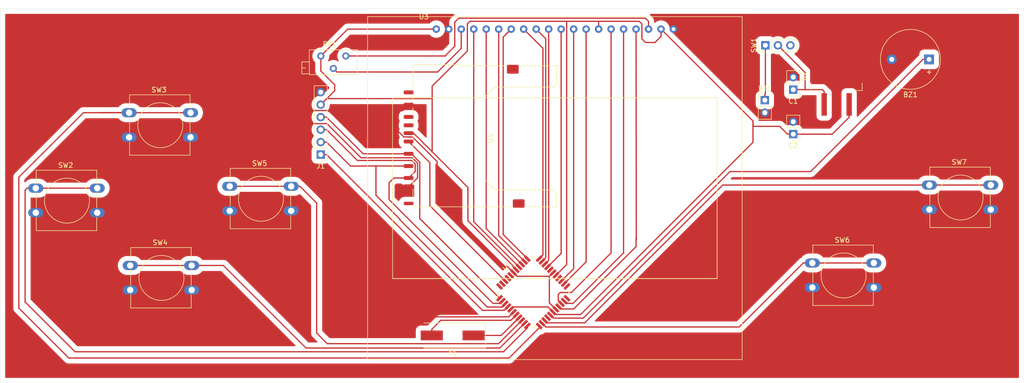
<source format=kicad_pcb>
(kicad_pcb (version 20171130) (host pcbnew 5.1.5+dfsg1-2build2)

  (general
    (thickness 1.6)
    (drawings 4)
    (tracks 289)
    (zones 0)
    (modules 18)
    (nets 44)
  )

  (page A4)
  (layers
    (0 F.Cu signal)
    (31 B.Cu jumper hide)
    (32 B.Adhes user hide)
    (33 F.Adhes user hide)
    (34 B.Paste user hide)
    (35 F.Paste user hide)
    (36 B.SilkS user hide)
    (37 F.SilkS user hide)
    (38 B.Mask user hide)
    (39 F.Mask user)
    (40 Dwgs.User user)
    (41 Cmts.User user hide)
    (42 Eco1.User user hide)
    (43 Eco2.User user hide)
    (44 Edge.Cuts user)
    (45 Margin user hide)
    (46 B.CrtYd user hide)
    (47 F.CrtYd user hide)
    (48 B.Fab user hide)
    (49 F.Fab user)
  )

  (setup
    (last_trace_width 0.25)
    (trace_clearance 0.2)
    (zone_clearance 1)
    (zone_45_only no)
    (trace_min 0.2)
    (via_size 0.8)
    (via_drill 0.4)
    (via_min_size 0.4)
    (via_min_drill 0.3)
    (uvia_size 0.3)
    (uvia_drill 0.1)
    (uvias_allowed no)
    (uvia_min_size 0.2)
    (uvia_min_drill 0.1)
    (edge_width 0.05)
    (segment_width 0.2)
    (pcb_text_width 0.3)
    (pcb_text_size 1.5 1.5)
    (mod_edge_width 0.12)
    (mod_text_size 1 1)
    (mod_text_width 0.15)
    (pad_size 1.524 1.524)
    (pad_drill 0.762)
    (pad_to_mask_clearance 0.051)
    (solder_mask_min_width 0.25)
    (aux_axis_origin 0 0)
    (visible_elements FFFFFF7F)
    (pcbplotparams
      (layerselection 0x010fc_ffffffff)
      (usegerberextensions false)
      (usegerberattributes false)
      (usegerberadvancedattributes false)
      (creategerberjobfile false)
      (excludeedgelayer true)
      (linewidth 0.100000)
      (plotframeref false)
      (viasonmask false)
      (mode 1)
      (useauxorigin false)
      (hpglpennumber 1)
      (hpglpenspeed 20)
      (hpglpendiameter 15.000000)
      (psnegative false)
      (psa4output false)
      (plotreference true)
      (plotvalue true)
      (plotinvisibletext false)
      (padsonsilk false)
      (subtractmaskfromsilk false)
      (outputformat 1)
      (mirror false)
      (drillshape 1)
      (scaleselection 1)
      (outputdirectory ""))
  )

  (net 0 "")
  (net 1 GND)
  (net 2 "Net-(BT1-Pad1)")
  (net 3 "Net-(C1-Pad1)")
  (net 4 VCC)
  (net 5 "Net-(J1-Pad4)")
  (net 6 "Net-(J1-Pad3)")
  (net 7 "Net-(J1-Pad2)")
  (net 8 "Net-(J1-Pad1)")
  (net 9 "Net-(RV1-Pad2)")
  (net 10 "Net-(RV1-Pad1)")
  (net 11 "Net-(SW2-Pad1)")
  (net 12 "Net-(SW3-Pad1)")
  (net 13 "Net-(SW4-Pad1)")
  (net 14 "Net-(SW5-Pad1)")
  (net 15 "Net-(SW6-Pad1)")
  (net 16 "Net-(U1-Pad44)")
  (net 17 "Net-(U1-Pad43)")
  (net 18 "Net-(U1-Pad42)")
  (net 19 "Net-(U1-Pad41)")
  (net 20 "Net-(U1-Pad40)")
  (net 21 "Net-(U1-Pad37)")
  (net 22 "Net-(U1-Pad36)")
  (net 23 "Net-(U1-Pad35)")
  (net 24 "Net-(U1-Pad34)")
  (net 25 "Net-(U1-Pad33)")
  (net 26 "Net-(U1-Pad32)")
  (net 27 "Net-(U1-Pad31)")
  (net 28 "Net-(U1-Pad30)")
  (net 29 "Net-(U1-Pad29)")
  (net 30 "Net-(U1-Pad26)")
  (net 31 "Net-(U1-Pad25)")
  (net 32 "Net-(U1-Pad24)")
  (net 33 "Net-(U1-Pad23)")
  (net 34 "Net-(U1-Pad22)")
  (net 35 "Net-(U1-Pad21)")
  (net 36 "Net-(U1-Pad20)")
  (net 37 "Net-(U1-Pad19)")
  (net 38 "Net-(U1-Pad15)")
  (net 39 "Net-(U1-Pad8)")
  (net 40 "Net-(U1-Pad7)")
  (net 41 "Net-(SW7-Pad1)")
  (net 42 "Net-(U4-Pad2)")
  (net 43 "Net-(BZ1-Pad1)")

  (net_class Default "To jest domyślna klasa połączeń."
    (clearance 0.2)
    (trace_width 0.25)
    (via_dia 0.8)
    (via_drill 0.4)
    (uvia_dia 0.3)
    (uvia_drill 0.1)
    (add_net GND)
    (add_net "Net-(BT1-Pad1)")
    (add_net "Net-(BZ1-Pad1)")
    (add_net "Net-(C1-Pad1)")
    (add_net "Net-(J1-Pad1)")
    (add_net "Net-(J1-Pad2)")
    (add_net "Net-(J1-Pad3)")
    (add_net "Net-(J1-Pad4)")
    (add_net "Net-(RV1-Pad1)")
    (add_net "Net-(RV1-Pad2)")
    (add_net "Net-(SW2-Pad1)")
    (add_net "Net-(SW3-Pad1)")
    (add_net "Net-(SW4-Pad1)")
    (add_net "Net-(SW5-Pad1)")
    (add_net "Net-(SW6-Pad1)")
    (add_net "Net-(SW7-Pad1)")
    (add_net "Net-(U1-Pad15)")
    (add_net "Net-(U1-Pad19)")
    (add_net "Net-(U1-Pad20)")
    (add_net "Net-(U1-Pad21)")
    (add_net "Net-(U1-Pad22)")
    (add_net "Net-(U1-Pad23)")
    (add_net "Net-(U1-Pad24)")
    (add_net "Net-(U1-Pad25)")
    (add_net "Net-(U1-Pad26)")
    (add_net "Net-(U1-Pad29)")
    (add_net "Net-(U1-Pad30)")
    (add_net "Net-(U1-Pad31)")
    (add_net "Net-(U1-Pad32)")
    (add_net "Net-(U1-Pad33)")
    (add_net "Net-(U1-Pad34)")
    (add_net "Net-(U1-Pad35)")
    (add_net "Net-(U1-Pad36)")
    (add_net "Net-(U1-Pad37)")
    (add_net "Net-(U1-Pad40)")
    (add_net "Net-(U1-Pad41)")
    (add_net "Net-(U1-Pad42)")
    (add_net "Net-(U1-Pad43)")
    (add_net "Net-(U1-Pad44)")
    (add_net "Net-(U1-Pad7)")
    (add_net "Net-(U1-Pad8)")
    (add_net "Net-(U4-Pad2)")
    (add_net VCC)
  )

  (module Buzzer_Beeper:Buzzer_12x9.5RM7.6 (layer F.Cu) (tedit 5A030281) (tstamp 627983F1)
    (at 208.026 38.227 180)
    (descr "Generic Buzzer, D12mm height 9.5mm with RM7.6mm")
    (tags buzzer)
    (path /627A142A)
    (fp_text reference BZ1 (at 3.8 -7.2) (layer F.SilkS)
      (effects (font (size 1 1) (thickness 0.15)))
    )
    (fp_text value Buzzer (at 3.8 7.4) (layer F.Fab)
      (effects (font (size 1 1) (thickness 0.15)))
    )
    (fp_circle (center 3.8 0) (end 9.9 0) (layer F.SilkS) (width 0.12))
    (fp_circle (center 3.8 0) (end 4.8 0) (layer F.Fab) (width 0.1))
    (fp_circle (center 3.8 0) (end 9.8 0) (layer F.Fab) (width 0.1))
    (fp_circle (center 3.8 0) (end 10.05 0) (layer F.CrtYd) (width 0.05))
    (fp_text user %R (at 3.8 -4) (layer F.Fab)
      (effects (font (size 1 1) (thickness 0.15)))
    )
    (fp_text user + (at -0.01 -2.54) (layer F.SilkS)
      (effects (font (size 1 1) (thickness 0.15)))
    )
    (fp_text user + (at -0.01 -2.54) (layer F.Fab)
      (effects (font (size 1 1) (thickness 0.15)))
    )
    (pad 2 thru_hole circle (at 7.6 0 180) (size 2 2) (drill 1) (layers *.Cu *.Mask)
      (net 1 GND))
    (pad 1 thru_hole rect (at 0 0 180) (size 2 2) (drill 1) (layers *.Cu *.Mask)
      (net 43 "Net-(BZ1-Pad1)"))
    (model ${KISYS3DMOD}/Buzzer_Beeper.3dshapes/Buzzer_12x9.5RM7.6.wrl
      (at (xyz 0 0 0))
      (scale (xyz 1 1 1))
      (rotate (xyz 0 0 0))
    )
  )

  (module Connector_Card:SD_Kyocera_145638009511859+ (layer F.Cu) (tedit 5B807B71) (tstamp 62791EF5)
    (at 109.347 54.3433 270)
    (descr "SD Card Connector, Normal Type, Outer Tail, Spring Eject Type (https://global.kyocera.com/prdct/electro/product/pdf/5638.pdf)")
    (tags "sd card smt")
    (path /61D7A0EB)
    (attr smd)
    (fp_text reference U4 (at 0 -9.5 90) (layer F.SilkS)
      (effects (font (size 1 1) (thickness 0.15)))
    )
    (fp_text value SD_card_reader (at 0 -5 90) (layer F.Fab)
      (effects (font (size 1 1) (thickness 0.15)))
    )
    (fp_line (start -14.82 -3.32) (end -15.02 -3.32) (layer F.SilkS) (width 0.12))
    (fp_line (start -14.7 -3.2) (end -14.9 -3.2) (layer F.Fab) (width 0.1))
    (fp_arc (start -11 -32.8) (end -11 -33.8) (angle -90) (layer F.Fab) (width 0.1))
    (fp_arc (start 11 -32.8) (end 11 -33.8) (angle 90) (layer F.Fab) (width 0.1))
    (fp_line (start 11 -33.8) (end -11 -33.8) (layer F.Fab) (width 0.1))
    (fp_line (start -15.5 8.7) (end -15.5 -23.3) (layer F.CrtYd) (width 0.05))
    (fp_line (start 14.6 8.7) (end -15.5 8.7) (layer F.CrtYd) (width 0.05))
    (fp_line (start 14.6 -23.3) (end 14.6 8.7) (layer F.CrtYd) (width 0.05))
    (fp_line (start -15.5 -23.3) (end 14.6 -23.3) (layer F.CrtYd) (width 0.05))
    (fp_text user "Copper Keep Out" (at 0 -1.9 90) (layer Cmts.User)
      (effects (font (size 1 1) (thickness 0.15)))
    )
    (fp_line (start 10 0.2) (end 10.5 -0.3) (layer Dwgs.User) (width 0.1))
    (fp_line (start 9 0.2) (end 10.5 -1.3) (layer Dwgs.User) (width 0.1))
    (fp_line (start 8 0.2) (end 10.5 -2.3) (layer Dwgs.User) (width 0.1))
    (fp_line (start 7 0.2) (end 10.5 -3.3) (layer Dwgs.User) (width 0.1))
    (fp_line (start -10 -0.8) (end -7 -3.8) (layer Dwgs.User) (width 0.1))
    (fp_line (start -10 -1.8) (end -8 -3.8) (layer Dwgs.User) (width 0.1))
    (fp_line (start -10 -2.8) (end -9 -3.8) (layer Dwgs.User) (width 0.1))
    (fp_line (start -7 0.2) (end -3 -3.8) (layer Dwgs.User) (width 0.1))
    (fp_line (start -6 0.2) (end -2 -3.8) (layer Dwgs.User) (width 0.1))
    (fp_line (start -4 0.2) (end 0 -3.8) (layer Dwgs.User) (width 0.1))
    (fp_line (start -5 0.2) (end -1 -3.8) (layer Dwgs.User) (width 0.1))
    (fp_line (start -10 0.2) (end -6 -3.8) (layer Dwgs.User) (width 0.1))
    (fp_line (start -2 0.2) (end 2 -3.8) (layer Dwgs.User) (width 0.1))
    (fp_line (start -1 0.2) (end 3 -3.8) (layer Dwgs.User) (width 0.1))
    (fp_line (start -3 0.2) (end 1 -3.8) (layer Dwgs.User) (width 0.1))
    (fp_line (start -8 0.2) (end -4 -3.8) (layer Dwgs.User) (width 0.1))
    (fp_line (start -9 0.2) (end -5 -3.8) (layer Dwgs.User) (width 0.1))
    (fp_line (start 4 0.2) (end 8 -3.8) (layer Dwgs.User) (width 0.1))
    (fp_line (start 5 0.2) (end 9 -3.8) (layer Dwgs.User) (width 0.1))
    (fp_line (start 6 0.2) (end 10 -3.8) (layer Dwgs.User) (width 0.1))
    (fp_line (start 2 0.2) (end 6 -3.8) (layer Dwgs.User) (width 0.1))
    (fp_line (start 3 0.2) (end 7 -3.8) (layer Dwgs.User) (width 0.1))
    (fp_line (start 1 0.2) (end 5 -3.8) (layer Dwgs.User) (width 0.1))
    (fp_line (start 0 0.2) (end 4 -3.8) (layer Dwgs.User) (width 0.1))
    (fp_line (start 10.33 6.32) (end 12.66 6.32) (layer F.SilkS) (width 0.12))
    (fp_line (start 8.63 6.32) (end 9.17 6.32) (layer F.SilkS) (width 0.12))
    (fp_line (start 6.2 6.32) (end 7.47 6.32) (layer F.SilkS) (width 0.12))
    (fp_line (start 3.7 6.32) (end 5.04 6.32) (layer F.SilkS) (width 0.12))
    (fp_line (start 1.2 6.32) (end 2.54 6.32) (layer F.SilkS) (width 0.12))
    (fp_line (start -0.5 6.32) (end 0.04 6.32) (layer F.SilkS) (width 0.12))
    (fp_line (start -2.1 6.32) (end -1.66 6.32) (layer F.SilkS) (width 0.12))
    (fp_line (start -3.8 6.32) (end -3.26 6.32) (layer F.SilkS) (width 0.12))
    (fp_line (start -6.3 6.32) (end -4.96 6.32) (layer F.SilkS) (width 0.12))
    (fp_line (start -8.8 6.32) (end -7.46 6.32) (layer F.SilkS) (width 0.12))
    (fp_line (start -15.02 6.32) (end -9.96 6.32) (layer F.SilkS) (width 0.12))
    (fp_line (start 13.82 6.32) (end 13.92 6.32) (layer F.SilkS) (width 0.12))
    (fp_line (start -14.82 -3.32) (end -14.82 -12.62) (layer F.SilkS) (width 0.12))
    (fp_line (start -15.02 -3.32) (end -15.02 6.32) (layer F.SilkS) (width 0.12))
    (fp_line (start -8.54 -8.42) (end -10.48 -10.36) (layer F.SilkS) (width 0.12))
    (fp_line (start 8.54 -8.42) (end 10.48 -10.36) (layer F.SilkS) (width 0.12))
    (fp_line (start 8.54 -8.42) (end -8.54 -8.42) (layer F.SilkS) (width 0.12))
    (fp_line (start -14.82 -15.38) (end -14.82 -22.92) (layer F.SilkS) (width 0.12))
    (fp_line (start -10.48 -22.26) (end -10.48 -10.36) (layer F.SilkS) (width 0.12))
    (fp_line (start -10.48 -22.26) (end -11.14 -22.92) (layer F.SilkS) (width 0.12))
    (fp_line (start -14.82 -22.92) (end -11.14 -22.92) (layer F.SilkS) (width 0.12))
    (fp_line (start 13.92 6.32) (end 13.92 -13.82) (layer F.SilkS) (width 0.12))
    (fp_line (start 13.92 -16.58) (end 13.92 -22.92) (layer F.SilkS) (width 0.12))
    (fp_line (start 10.48 -22.26) (end 10.48 -10.36) (layer F.SilkS) (width 0.12))
    (fp_line (start 10.48 -22.26) (end 11.14 -22.92) (layer F.SilkS) (width 0.12))
    (fp_line (start 13.92 -22.92) (end 11.14 -22.92) (layer F.SilkS) (width 0.12))
    (fp_line (start 8.6 -8.3) (end 10.6 -10.3) (layer F.Fab) (width 0.1))
    (fp_line (start -10.6 -10.3) (end -8.6 -8.3) (layer F.Fab) (width 0.1))
    (fp_line (start -11.2 -22.8) (end -10.6 -22.2) (layer F.Fab) (width 0.1))
    (fp_line (start 10.6 -22.2) (end 11.2 -22.8) (layer F.Fab) (width 0.1))
    (fp_arc (start -11 -27.8) (end -11 -28.8) (angle -90) (layer F.Fab) (width 0.1))
    (fp_arc (start 11 -27.8) (end 11 -28.8) (angle 90) (layer F.Fab) (width 0.1))
    (fp_line (start -12 -32.8) (end -12 -22.8) (layer F.Fab) (width 0.1))
    (fp_line (start 11 -28.8) (end -11 -28.8) (layer F.Fab) (width 0.1))
    (fp_line (start 12 -22.8) (end 12 -32.8) (layer F.Fab) (width 0.1))
    (fp_line (start 10.5 0.2) (end -10 0.2) (layer Dwgs.User) (width 0.1))
    (fp_line (start 10.5 -3.8) (end 10.5 0.2) (layer Dwgs.User) (width 0.1))
    (fp_line (start -10 -3.8) (end 10.5 -3.8) (layer Dwgs.User) (width 0.1))
    (fp_line (start -10 0.2) (end -10 -3.8) (layer Dwgs.User) (width 0.1))
    (fp_line (start -14.9 6.2) (end 13.8 6.2) (layer F.Fab) (width 0.1))
    (fp_line (start -14.9 -3.2) (end -14.9 6.2) (layer F.Fab) (width 0.1))
    (fp_line (start -14.7 -22.8) (end -14.7 -3.2) (layer F.Fab) (width 0.1))
    (fp_line (start -11.2 -22.8) (end -14.7 -22.8) (layer F.Fab) (width 0.1))
    (fp_line (start -10.6 -10.3) (end -10.6 -22.2) (layer F.Fab) (width 0.1))
    (fp_line (start 8.6 -8.3) (end -8.6 -8.3) (layer F.Fab) (width 0.1))
    (fp_line (start 10.6 -22.2) (end 10.6 -10.3) (layer F.Fab) (width 0.1))
    (fp_line (start 13.8 -22.8) (end 11.2 -22.8) (layer F.Fab) (width 0.1))
    (fp_line (start 13.8 6.2) (end 13.8 -22.8) (layer F.Fab) (width 0.1))
    (fp_text user %R (at 0 -7 90) (layer F.Fab)
      (effects (font (size 1 1) (thickness 0.15)))
    )
    (pad "" smd roundrect (at -14.1 -14 270) (size 1.8 2.4) (layers F.Cu F.Paste F.Mask) (roundrect_rratio 0.139))
    (pad SH smd roundrect (at 13.25 -15.2 270) (size 1.7 2.4) (layers F.Cu F.Paste F.Mask) (roundrect_rratio 0.147))
    (pad "" np_thru_hole circle (at -12.1 -17.3 270) (size 1.5 1.5) (drill 1.5) (layers *.Cu *.Mask))
    (pad "" np_thru_hole circle (at 12.1 -17.3 270) (size 1.5 1.5) (drill 1.5) (layers *.Cu *.Mask))
    (pad 11 smd roundrect (at 13.24 7.2 270) (size 0.7 2) (layers F.Cu F.Paste F.Mask) (roundrect_rratio 0.357))
    (pad 8 smd roundrect (at 9.75 7.2 270) (size 0.8 2) (layers F.Cu F.Paste F.Mask) (roundrect_rratio 0.313)
      (net 1 GND))
    (pad 7 smd roundrect (at 8.05 7.2 270) (size 0.8 2) (layers F.Cu F.Paste F.Mask) (roundrect_rratio 0.313)
      (net 6 "Net-(J1-Pad3)"))
    (pad 6 smd roundrect (at 5.62 7.2 270) (size 0.8 2) (layers F.Cu F.Paste F.Mask) (roundrect_rratio 0.313)
      (net 7 "Net-(J1-Pad2)"))
    (pad 5 smd roundrect (at 3.12 7.2 270) (size 0.8 2) (layers F.Cu F.Paste F.Mask) (roundrect_rratio 0.313)
      (net 5 "Net-(J1-Pad4)"))
    (pad 4 smd roundrect (at 0.62 7.2 270) (size 0.8 2) (layers F.Cu F.Paste F.Mask) (roundrect_rratio 0.313)
      (net 18 "Net-(U1-Pad42)"))
    (pad 3 smd roundrect (at -1.08 7.2 270) (size 0.8 2) (layers F.Cu F.Paste F.Mask) (roundrect_rratio 0.313)
      (net 4 VCC))
    (pad 10 smd roundrect (at -2.68 7.2 270) (size 0.8 2) (layers F.Cu F.Paste F.Mask) (roundrect_rratio 0.313))
    (pad 2 smd roundrect (at -4.38 7.2 270) (size 0.8 2) (layers F.Cu F.Paste F.Mask) (roundrect_rratio 0.313)
      (net 42 "Net-(U4-Pad2)"))
    (pad 1 smd roundrect (at -6.88 7.2 270) (size 0.8 2) (layers F.Cu F.Paste F.Mask) (roundrect_rratio 0.313)
      (net 1 GND))
    (pad 9 smd roundrect (at -9.38 7.2 270) (size 0.8 2) (layers F.Cu F.Paste F.Mask) (roundrect_rratio 0.313))
    (model ${KISYS3DMOD}/Connector_Card.3dshapes/SD_Kyocera_145638009511859+.wrl
      (at (xyz 0 0 0))
      (scale (xyz 1 1 1))
      (rotate (xyz 0 0 0))
    )
  )

  (module Blue:WG12864BL (layer F.Cu) (tedit 6266F9B6) (tstamp 62791E8F)
    (at 116.662 43.4975)
    (path /6264714C)
    (fp_text reference U3 (at -11.43 -13.97) (layer F.SilkS)
      (effects (font (size 1 1) (thickness 0.15)))
    )
    (fp_text value WG12864B-STBL (at -11.43 -16.51) (layer F.Fab)
      (effects (font (size 1 1) (thickness 0.15)))
    )
    (fp_line (start 48.26 39.37) (end -17.78 39.37) (layer F.SilkS) (width 0.12))
    (fp_line (start 48.26 2.54) (end 48.26 39.37) (layer F.SilkS) (width 0.12))
    (fp_line (start -17.78 2.54) (end 48.26 2.54) (layer F.SilkS) (width 0.12))
    (fp_line (start -17.78 39.37) (end -17.78 2.54) (layer F.SilkS) (width 0.12))
    (fp_line (start 48.26 2.54) (end -7.62 2.54) (layer F.SilkS) (width 0.12))
    (fp_line (start 48.26 39.37) (end 48.26 2.54) (layer F.SilkS) (width 0.12))
    (fp_line (start 45.72 39.37) (end 48.26 39.37) (layer F.SilkS) (width 0.12))
    (fp_line (start -17.78 39.37) (end 45.72 39.37) (layer F.SilkS) (width 0.12))
    (fp_line (start -13.97 2.54) (end -17.78 2.54) (layer F.SilkS) (width 0.12))
    (fp_line (start -17.78 2.54) (end -13.97 2.54) (layer F.SilkS) (width 0.12))
    (fp_line (start -13.97 2.54) (end -7.62 2.54) (layer F.SilkS) (width 0.12))
    (fp_line (start 53.34 55.88) (end -22.86 55.88) (layer F.SilkS) (width 0.12))
    (fp_line (start 53.34 -13.97) (end 53.34 55.88) (layer F.SilkS) (width 0.12))
    (fp_line (start 3.81 -13.97) (end 53.34 -13.97) (layer F.SilkS) (width 0.12))
    (fp_line (start -22.86 55.88) (end -22.86 35.56) (layer F.SilkS) (width 0.12))
    (fp_line (start -22.86 16.51) (end -22.86 35.56) (layer F.SilkS) (width 0.12))
    (fp_line (start -22.86 -13.97) (end -22.86 16.51) (layer F.SilkS) (width 0.12))
    (fp_line (start -21.59 -13.97) (end -22.86 -13.97) (layer F.SilkS) (width 0.12))
    (fp_line (start -8.89 -13.97) (end -21.59 -13.97) (layer F.SilkS) (width 0.12))
    (fp_line (start -8.89 -13.97) (end 3.81 -13.97) (layer F.SilkS) (width 0.12))
    (pad 20 thru_hole circle (at 39.37 -11.43) (size 1.524 1.524) (drill 0.762) (layers *.Cu *.Mask)
      (net 1 GND))
    (pad 19 thru_hole circle (at 36.83 -11.43) (size 1.524 1.524) (drill 0.762) (layers *.Cu *.Mask)
      (net 4 VCC))
    (pad 18 thru_hole circle (at 34.29 -11.43) (size 1.524 1.524) (drill 0.762) (layers *.Cu *.Mask)
      (net 10 "Net-(RV1-Pad1)"))
    (pad 17 thru_hole circle (at 31.75 -11.43) (size 1.524 1.524) (drill 0.762) (layers *.Cu *.Mask)
      (net 37 "Net-(U1-Pad19)"))
    (pad 16 thru_hole circle (at 29.21 -11.43) (size 1.524 1.524) (drill 0.762) (layers *.Cu *.Mask)
      (net 35 "Net-(U1-Pad21)"))
    (pad 15 thru_hole circle (at 26.67 -11.43) (size 1.524 1.524) (drill 0.762) (layers *.Cu *.Mask)
      (net 36 "Net-(U1-Pad20)"))
    (pad 14 thru_hole circle (at 24.13 -11.43) (size 1.524 1.524) (drill 0.762) (layers *.Cu *.Mask)
      (net 4 VCC))
    (pad 13 thru_hole circle (at 21.59 -11.43) (size 1.524 1.524) (drill 0.762) (layers *.Cu *.Mask)
      (net 32 "Net-(U1-Pad24)"))
    (pad 12 thru_hole circle (at 19.05 -11.43) (size 1.524 1.524) (drill 0.762) (layers *.Cu *.Mask)
      (net 31 "Net-(U1-Pad25)"))
    (pad 11 thru_hole circle (at 16.51 -11.43) (size 1.524 1.524) (drill 0.762) (layers *.Cu *.Mask)
      (net 28 "Net-(U1-Pad30)"))
    (pad 10 thru_hole circle (at 13.97 -11.43) (size 1.524 1.524) (drill 0.762) (layers *.Cu *.Mask)
      (net 27 "Net-(U1-Pad31)"))
    (pad 9 thru_hole circle (at 11.43 -11.43) (size 1.524 1.524) (drill 0.762) (layers *.Cu *.Mask)
      (net 26 "Net-(U1-Pad32)"))
    (pad 8 thru_hole circle (at 8.89 -11.43) (size 1.524 1.524) (drill 0.762) (layers *.Cu *.Mask)
      (net 25 "Net-(U1-Pad33)"))
    (pad 7 thru_hole circle (at 6.35 -11.43) (size 1.524 1.524) (drill 0.762) (layers *.Cu *.Mask)
      (net 24 "Net-(U1-Pad34)"))
    (pad 6 thru_hole circle (at 3.81 -11.43) (size 1.524 1.524) (drill 0.762) (layers *.Cu *.Mask)
      (net 23 "Net-(U1-Pad35)"))
    (pad 5 thru_hole circle (at 1.27 -11.43) (size 1.524 1.524) (drill 0.762) (layers *.Cu *.Mask)
      (net 22 "Net-(U1-Pad36)"))
    (pad 4 thru_hole circle (at -1.27 -11.43) (size 1.524 1.524) (drill 0.762) (layers *.Cu *.Mask)
      (net 21 "Net-(U1-Pad37)"))
    (pad 3 thru_hole circle (at -3.81 -11.43) (size 1.524 1.524) (drill 0.762) (layers *.Cu *.Mask)
      (net 9 "Net-(RV1-Pad2)"))
    (pad 2 thru_hole circle (at -6.35 -11.43) (size 1.524 1.524) (drill 0.762) (layers *.Cu *.Mask)
      (net 1 GND))
    (pad 1 thru_hole circle (at -8.89 -11.43) (size 1.524 1.524) (drill 0.762) (layers *.Cu *.Mask)
      (net 4 VCC))
  )

  (module Button_Switch_THT:SW_PUSH-12mm (layer F.Cu) (tedit 5D160D14) (tstamp 62791D87)
    (at 26.3017 64.4652)
    (descr "SW PUSH 12mm https://www.e-switch.com/system/asset/product_line/data_sheet/143/TL1100.pdf")
    (tags "tact sw push 12mm")
    (path /62620D64)
    (fp_text reference SW2 (at 6.08 -4.66) (layer F.SilkS)
      (effects (font (size 1 1) (thickness 0.15)))
    )
    (fp_text value Left (at 6.62 9.93) (layer F.Fab)
      (effects (font (size 1 1) (thickness 0.15)))
    )
    (fp_line (start 12.4 -3.65) (end 12.4 -0.93) (layer F.SilkS) (width 0.12))
    (fp_line (start 12.4 5.93) (end 12.4 8.65) (layer F.SilkS) (width 0.12))
    (fp_line (start 0.1 4.07) (end 0.1 0.93) (layer F.SilkS) (width 0.12))
    (fp_line (start 0.1 8.65) (end 0.1 5.93) (layer F.SilkS) (width 0.12))
    (fp_line (start 0.25 -3.5) (end 0.25 8.5) (layer F.Fab) (width 0.1))
    (fp_circle (center 6.35 2.54) (end 10.16 5.08) (layer F.SilkS) (width 0.12))
    (fp_line (start 14.25 8.75) (end -1.77 8.75) (layer F.CrtYd) (width 0.05))
    (fp_line (start 14.25 8.75) (end 14.25 -3.75) (layer F.CrtYd) (width 0.05))
    (fp_line (start -1.77 -3.75) (end -1.77 8.75) (layer F.CrtYd) (width 0.05))
    (fp_line (start -1.77 -3.75) (end 14.25 -3.75) (layer F.CrtYd) (width 0.05))
    (fp_line (start 0.1 -0.93) (end 0.1 -3.65) (layer F.SilkS) (width 0.12))
    (fp_line (start 12.4 8.65) (end 0.1 8.65) (layer F.SilkS) (width 0.12))
    (fp_line (start 12.4 0.93) (end 12.4 4.07) (layer F.SilkS) (width 0.12))
    (fp_line (start 0.1 -3.65) (end 12.4 -3.65) (layer F.SilkS) (width 0.12))
    (fp_text user %R (at 6.35 2.54) (layer F.Fab)
      (effects (font (size 1 1) (thickness 0.15)))
    )
    (fp_line (start 12.25 -3.5) (end 12.25 8.5) (layer F.Fab) (width 0.1))
    (fp_line (start 0.25 -3.5) (end 12.25 -3.5) (layer F.Fab) (width 0.1))
    (fp_line (start 0.25 8.5) (end 12.25 8.5) (layer F.Fab) (width 0.1))
    (pad 2 thru_hole oval (at 0 5) (size 3.048 1.85) (drill 1.3) (layers *.Cu *.Mask)
      (net 1 GND))
    (pad 1 thru_hole oval (at 0 0) (size 3.048 1.85) (drill 1.3) (layers *.Cu *.Mask)
      (net 11 "Net-(SW2-Pad1)"))
    (pad 2 thru_hole oval (at 12.5 5) (size 3.048 1.85) (drill 1.3) (layers *.Cu *.Mask)
      (net 1 GND))
    (pad 1 thru_hole oval (at 12.5 0) (size 3.048 1.85) (drill 1.3) (layers *.Cu *.Mask)
      (net 11 "Net-(SW2-Pad1)"))
    (model ${KISYS3DMOD}/Button_Switch_THT.3dshapes/SW_PUSH-12mm.wrl
      (at (xyz 0 0 0))
      (scale (xyz 1 1 1))
      (rotate (xyz 0 0 0))
    )
  )

  (module Crystal:Crystal_SMD_HC49-SD (layer F.Cu) (tedit 5A1AD52C) (tstamp 62791F2F)
    (at 111.112 94.4626 180)
    (descr "SMD Crystal HC-49-SD http://cdn-reichelt.de/documents/datenblatt/B400/xxx-HC49-SMD.pdf, 11.4x4.7mm^2 package")
    (tags "SMD SMT crystal")
    (path /626DC911)
    (attr smd)
    (fp_text reference Y1 (at 0 -3.55) (layer F.SilkS)
      (effects (font (size 1 1) (thickness 0.15)))
    )
    (fp_text value 16Mhz (at 0 3.55) (layer F.Fab)
      (effects (font (size 1 1) (thickness 0.15)))
    )
    (fp_arc (start 3.015 0) (end 3.015 -2.115) (angle 180) (layer F.Fab) (width 0.1))
    (fp_arc (start -3.015 0) (end -3.015 -2.115) (angle -180) (layer F.Fab) (width 0.1))
    (fp_line (start 6.8 -2.6) (end -6.8 -2.6) (layer F.CrtYd) (width 0.05))
    (fp_line (start 6.8 2.6) (end 6.8 -2.6) (layer F.CrtYd) (width 0.05))
    (fp_line (start -6.8 2.6) (end 6.8 2.6) (layer F.CrtYd) (width 0.05))
    (fp_line (start -6.8 -2.6) (end -6.8 2.6) (layer F.CrtYd) (width 0.05))
    (fp_line (start -6.7 2.55) (end 5.9 2.55) (layer F.SilkS) (width 0.12))
    (fp_line (start -6.7 -2.55) (end -6.7 2.55) (layer F.SilkS) (width 0.12))
    (fp_line (start 5.9 -2.55) (end -6.7 -2.55) (layer F.SilkS) (width 0.12))
    (fp_line (start -3.015 2.115) (end 3.015 2.115) (layer F.Fab) (width 0.1))
    (fp_line (start -3.015 -2.115) (end 3.015 -2.115) (layer F.Fab) (width 0.1))
    (fp_line (start 5.7 -2.35) (end -5.7 -2.35) (layer F.Fab) (width 0.1))
    (fp_line (start 5.7 2.35) (end 5.7 -2.35) (layer F.Fab) (width 0.1))
    (fp_line (start -5.7 2.35) (end 5.7 2.35) (layer F.Fab) (width 0.1))
    (fp_line (start -5.7 -2.35) (end -5.7 2.35) (layer F.Fab) (width 0.1))
    (fp_text user %R (at 0 0) (layer F.Fab)
      (effects (font (size 1 1) (thickness 0.15)))
    )
    (pad 2 smd rect (at 4.25 0 180) (size 4.5 2) (layers F.Cu F.Paste F.Mask)
      (net 40 "Net-(U1-Pad7)"))
    (pad 1 smd rect (at -4.25 0 180) (size 4.5 2) (layers F.Cu F.Paste F.Mask)
      (net 39 "Net-(U1-Pad8)"))
    (model ${KISYS3DMOD}/Crystal.3dshapes/Crystal_SMD_HC49-SD.wrl
      (at (xyz 0 0 0))
      (scale (xyz 1 1 1))
      (rotate (xyz 0 0 0))
    )
  )

  (module Package_TO_SOT_SMD:TO-263-2 (layer F.Cu) (tedit 5A70FB7B) (tstamp 62791F19)
    (at 189.217 41.6306 90)
    (descr "TO-263 / D2PAK / DDPAK SMD package, http://www.infineon.com/cms/en/product/packages/PG-TO263/PG-TO263-3-1/")
    (tags "D2PAK DDPAK TO-263 D2PAK-3 TO-263-3 SOT-404")
    (path /62650285)
    (attr smd)
    (fp_text reference U2 (at 0 -6.65 90) (layer F.SilkS)
      (effects (font (size 1 1) (thickness 0.15)))
    )
    (fp_text value L7805 (at 0 6.65 90) (layer F.Fab)
      (effects (font (size 1 1) (thickness 0.15)))
    )
    (fp_text user %R (at 0 0 90) (layer F.Fab)
      (effects (font (size 1 1) (thickness 0.15)))
    )
    (fp_line (start 8.32 -5.65) (end -8.32 -5.65) (layer F.CrtYd) (width 0.05))
    (fp_line (start 8.32 5.65) (end 8.32 -5.65) (layer F.CrtYd) (width 0.05))
    (fp_line (start -8.32 5.65) (end 8.32 5.65) (layer F.CrtYd) (width 0.05))
    (fp_line (start -8.32 -5.65) (end -8.32 5.65) (layer F.CrtYd) (width 0.05))
    (fp_line (start -2.95 3.39) (end -4.05 3.39) (layer F.SilkS) (width 0.12))
    (fp_line (start -2.95 5.2) (end -2.95 3.39) (layer F.SilkS) (width 0.12))
    (fp_line (start -1.45 5.2) (end -2.95 5.2) (layer F.SilkS) (width 0.12))
    (fp_line (start -2.95 -3.39) (end -8.075 -3.39) (layer F.SilkS) (width 0.12))
    (fp_line (start -2.95 -5.2) (end -2.95 -3.39) (layer F.SilkS) (width 0.12))
    (fp_line (start -1.45 -5.2) (end -2.95 -5.2) (layer F.SilkS) (width 0.12))
    (fp_line (start -7.45 3.04) (end -2.75 3.04) (layer F.Fab) (width 0.1))
    (fp_line (start -7.45 2.04) (end -7.45 3.04) (layer F.Fab) (width 0.1))
    (fp_line (start -2.75 2.04) (end -7.45 2.04) (layer F.Fab) (width 0.1))
    (fp_line (start -7.45 -2.04) (end -2.75 -2.04) (layer F.Fab) (width 0.1))
    (fp_line (start -7.45 -3.04) (end -7.45 -2.04) (layer F.Fab) (width 0.1))
    (fp_line (start -2.75 -3.04) (end -7.45 -3.04) (layer F.Fab) (width 0.1))
    (fp_line (start -1.75 -5) (end 6.5 -5) (layer F.Fab) (width 0.1))
    (fp_line (start -2.75 -4) (end -1.75 -5) (layer F.Fab) (width 0.1))
    (fp_line (start -2.75 5) (end -2.75 -4) (layer F.Fab) (width 0.1))
    (fp_line (start 6.5 5) (end -2.75 5) (layer F.Fab) (width 0.1))
    (fp_line (start 6.5 -5) (end 6.5 5) (layer F.Fab) (width 0.1))
    (fp_line (start 7.5 5) (end 6.5 5) (layer F.Fab) (width 0.1))
    (fp_line (start 7.5 -5) (end 7.5 5) (layer F.Fab) (width 0.1))
    (fp_line (start 6.5 -5) (end 7.5 -5) (layer F.Fab) (width 0.1))
    (pad "" smd rect (at 0.95 2.775 90) (size 4.55 5.25) (layers F.Paste))
    (pad "" smd rect (at 5.8 -2.775 90) (size 4.55 5.25) (layers F.Paste))
    (pad "" smd rect (at 0.95 -2.775 90) (size 4.55 5.25) (layers F.Paste))
    (pad "" smd rect (at 5.8 2.775 90) (size 4.55 5.25) (layers F.Paste))
    (pad 2 smd rect (at 3.375 0 90) (size 9.4 10.8) (layers F.Cu F.Mask)
      (net 1 GND))
    (pad 3 smd rect (at -5.775 2.54 90) (size 4.6 1.1) (layers F.Cu F.Paste F.Mask)
      (net 4 VCC))
    (pad 1 smd rect (at -5.775 -2.54 90) (size 4.6 1.1) (layers F.Cu F.Paste F.Mask)
      (net 3 "Net-(C1-Pad1)"))
    (model ${KISYS3DMOD}/Package_TO_SOT_SMD.3dshapes/TO-263-2.wrl
      (at (xyz 0 0 0))
      (scale (xyz 1 1 1))
      (rotate (xyz 0 0 0))
    )
  )

  (module Package_QFP:TQFP-44_10x10mm_P0.8mm (layer F.Cu) (tedit 5A02F146) (tstamp 62791E63)
    (at 127.508 85.6869 45)
    (descr "44-Lead Plastic Thin Quad Flatpack (PT) - 10x10x1.0 mm Body [TQFP] (see Microchip Packaging Specification 00000049BS.pdf)")
    (tags "QFP 0.8")
    (path /6264DA55)
    (attr smd)
    (fp_text reference U1 (at 0 -7.45 45) (layer F.SilkS)
      (effects (font (size 1 1) (thickness 0.15)))
    )
    (fp_text value ATmega32A-AU (at 0 7.45 45) (layer F.Fab)
      (effects (font (size 1 1) (thickness 0.15)))
    )
    (fp_line (start -5.175 -4.6) (end -6.45 -4.6) (layer F.SilkS) (width 0.15))
    (fp_line (start 5.175 -5.175) (end 4.5 -5.175) (layer F.SilkS) (width 0.15))
    (fp_line (start 5.175 5.175) (end 4.5 5.175) (layer F.SilkS) (width 0.15))
    (fp_line (start -5.175 5.175) (end -4.5 5.175) (layer F.SilkS) (width 0.15))
    (fp_line (start -5.175 -5.175) (end -4.5 -5.175) (layer F.SilkS) (width 0.15))
    (fp_line (start -5.175 5.175) (end -5.175 4.5) (layer F.SilkS) (width 0.15))
    (fp_line (start 5.175 5.175) (end 5.175 4.5) (layer F.SilkS) (width 0.15))
    (fp_line (start 5.175 -5.175) (end 5.175 -4.5) (layer F.SilkS) (width 0.15))
    (fp_line (start -5.175 -5.175) (end -5.175 -4.6) (layer F.SilkS) (width 0.15))
    (fp_line (start -6.7 6.7) (end 6.7 6.7) (layer F.CrtYd) (width 0.05))
    (fp_line (start -6.7 -6.7) (end 6.7 -6.7) (layer F.CrtYd) (width 0.05))
    (fp_line (start 6.7 -6.7) (end 6.7 6.7) (layer F.CrtYd) (width 0.05))
    (fp_line (start -6.7 -6.7) (end -6.7 6.7) (layer F.CrtYd) (width 0.05))
    (fp_line (start -5 -4) (end -4 -5) (layer F.Fab) (width 0.15))
    (fp_line (start -5 5) (end -5 -4) (layer F.Fab) (width 0.15))
    (fp_line (start 5 5) (end -5 5) (layer F.Fab) (width 0.15))
    (fp_line (start 5 -5) (end 5 5) (layer F.Fab) (width 0.15))
    (fp_line (start -4 -5) (end 5 -5) (layer F.Fab) (width 0.15))
    (fp_text user %R (at 0 0 45) (layer F.Fab)
      (effects (font (size 1 1) (thickness 0.15)))
    )
    (pad 44 smd rect (at -4 -5.7 135) (size 1.5 0.55) (layers F.Cu F.Paste F.Mask)
      (net 16 "Net-(U1-Pad44)"))
    (pad 43 smd rect (at -3.2 -5.7 135) (size 1.5 0.55) (layers F.Cu F.Paste F.Mask)
      (net 17 "Net-(U1-Pad43)"))
    (pad 42 smd rect (at -2.4 -5.7 135) (size 1.5 0.55) (layers F.Cu F.Paste F.Mask)
      (net 18 "Net-(U1-Pad42)"))
    (pad 41 smd rect (at -1.6 -5.7 135) (size 1.5 0.55) (layers F.Cu F.Paste F.Mask)
      (net 19 "Net-(U1-Pad41)"))
    (pad 40 smd rect (at -0.8 -5.7 135) (size 1.5 0.55) (layers F.Cu F.Paste F.Mask)
      (net 20 "Net-(U1-Pad40)"))
    (pad 39 smd rect (at 0 -5.7 135) (size 1.5 0.55) (layers F.Cu F.Paste F.Mask)
      (net 1 GND))
    (pad 38 smd rect (at 0.8 -5.7 135) (size 1.5 0.55) (layers F.Cu F.Paste F.Mask)
      (net 4 VCC))
    (pad 37 smd rect (at 1.6 -5.7 135) (size 1.5 0.55) (layers F.Cu F.Paste F.Mask)
      (net 21 "Net-(U1-Pad37)"))
    (pad 36 smd rect (at 2.4 -5.7 135) (size 1.5 0.55) (layers F.Cu F.Paste F.Mask)
      (net 22 "Net-(U1-Pad36)"))
    (pad 35 smd rect (at 3.2 -5.7 135) (size 1.5 0.55) (layers F.Cu F.Paste F.Mask)
      (net 23 "Net-(U1-Pad35)"))
    (pad 34 smd rect (at 4 -5.7 135) (size 1.5 0.55) (layers F.Cu F.Paste F.Mask)
      (net 24 "Net-(U1-Pad34)"))
    (pad 33 smd rect (at 5.7 -4 45) (size 1.5 0.55) (layers F.Cu F.Paste F.Mask)
      (net 25 "Net-(U1-Pad33)"))
    (pad 32 smd rect (at 5.7 -3.2 45) (size 1.5 0.55) (layers F.Cu F.Paste F.Mask)
      (net 26 "Net-(U1-Pad32)"))
    (pad 31 smd rect (at 5.7 -2.4 45) (size 1.5 0.55) (layers F.Cu F.Paste F.Mask)
      (net 27 "Net-(U1-Pad31)"))
    (pad 30 smd rect (at 5.7 -1.6 45) (size 1.5 0.55) (layers F.Cu F.Paste F.Mask)
      (net 28 "Net-(U1-Pad30)"))
    (pad 29 smd rect (at 5.7 -0.8 45) (size 1.5 0.55) (layers F.Cu F.Paste F.Mask)
      (net 29 "Net-(U1-Pad29)"))
    (pad 28 smd rect (at 5.7 0 45) (size 1.5 0.55) (layers F.Cu F.Paste F.Mask)
      (net 1 GND))
    (pad 27 smd rect (at 5.7 0.8 45) (size 1.5 0.55) (layers F.Cu F.Paste F.Mask)
      (net 4 VCC))
    (pad 26 smd rect (at 5.7 1.6 45) (size 1.5 0.55) (layers F.Cu F.Paste F.Mask)
      (net 30 "Net-(U1-Pad26)"))
    (pad 25 smd rect (at 5.7 2.4 45) (size 1.5 0.55) (layers F.Cu F.Paste F.Mask)
      (net 31 "Net-(U1-Pad25)"))
    (pad 24 smd rect (at 5.7 3.2 45) (size 1.5 0.55) (layers F.Cu F.Paste F.Mask)
      (net 32 "Net-(U1-Pad24)"))
    (pad 23 smd rect (at 5.7 4 45) (size 1.5 0.55) (layers F.Cu F.Paste F.Mask)
      (net 33 "Net-(U1-Pad23)"))
    (pad 22 smd rect (at 4 5.7 135) (size 1.5 0.55) (layers F.Cu F.Paste F.Mask)
      (net 34 "Net-(U1-Pad22)"))
    (pad 21 smd rect (at 3.2 5.7 135) (size 1.5 0.55) (layers F.Cu F.Paste F.Mask)
      (net 35 "Net-(U1-Pad21)"))
    (pad 20 smd rect (at 2.4 5.7 135) (size 1.5 0.55) (layers F.Cu F.Paste F.Mask)
      (net 36 "Net-(U1-Pad20)"))
    (pad 19 smd rect (at 1.6 5.7 135) (size 1.5 0.55) (layers F.Cu F.Paste F.Mask)
      (net 37 "Net-(U1-Pad19)"))
    (pad 18 smd rect (at 0.8 5.7 135) (size 1.5 0.55) (layers F.Cu F.Paste F.Mask)
      (net 1 GND))
    (pad 17 smd rect (at 0 5.7 135) (size 1.5 0.55) (layers F.Cu F.Paste F.Mask)
      (net 4 VCC))
    (pad 16 smd rect (at -0.8 5.7 135) (size 1.5 0.55) (layers F.Cu F.Paste F.Mask)
      (net 43 "Net-(BZ1-Pad1)"))
    (pad 15 smd rect (at -1.6 5.7 135) (size 1.5 0.55) (layers F.Cu F.Paste F.Mask)
      (net 38 "Net-(U1-Pad15)"))
    (pad 14 smd rect (at -2.4 5.7 135) (size 1.5 0.55) (layers F.Cu F.Paste F.Mask)
      (net 41 "Net-(SW7-Pad1)"))
    (pad 13 smd rect (at -3.2 5.7 135) (size 1.5 0.55) (layers F.Cu F.Paste F.Mask)
      (net 15 "Net-(SW6-Pad1)"))
    (pad 12 smd rect (at -4 5.7 135) (size 1.5 0.55) (layers F.Cu F.Paste F.Mask)
      (net 12 "Net-(SW3-Pad1)"))
    (pad 11 smd rect (at -5.7 4 45) (size 1.5 0.55) (layers F.Cu F.Paste F.Mask)
      (net 11 "Net-(SW2-Pad1)"))
    (pad 10 smd rect (at -5.7 3.2 45) (size 1.5 0.55) (layers F.Cu F.Paste F.Mask)
      (net 13 "Net-(SW4-Pad1)"))
    (pad 9 smd rect (at -5.7 2.4 45) (size 1.5 0.55) (layers F.Cu F.Paste F.Mask)
      (net 14 "Net-(SW5-Pad1)"))
    (pad 8 smd rect (at -5.7 1.6 45) (size 1.5 0.55) (layers F.Cu F.Paste F.Mask)
      (net 39 "Net-(U1-Pad8)"))
    (pad 7 smd rect (at -5.7 0.8 45) (size 1.5 0.55) (layers F.Cu F.Paste F.Mask)
      (net 40 "Net-(U1-Pad7)"))
    (pad 6 smd rect (at -5.7 0 45) (size 1.5 0.55) (layers F.Cu F.Paste F.Mask)
      (net 1 GND))
    (pad 5 smd rect (at -5.7 -0.8 45) (size 1.5 0.55) (layers F.Cu F.Paste F.Mask)
      (net 4 VCC))
    (pad 4 smd rect (at -5.7 -1.6 45) (size 1.5 0.55) (layers F.Cu F.Paste F.Mask)
      (net 8 "Net-(J1-Pad1)"))
    (pad 3 smd rect (at -5.7 -2.4 45) (size 1.5 0.55) (layers F.Cu F.Paste F.Mask)
      (net 7 "Net-(J1-Pad2)"))
    (pad 2 smd rect (at -5.7 -3.2 45) (size 1.5 0.55) (layers F.Cu F.Paste F.Mask)
      (net 6 "Net-(J1-Pad3)"))
    (pad 1 smd rect (at -5.7 -4 45) (size 1.5 0.55) (layers F.Cu F.Paste F.Mask)
      (net 5 "Net-(J1-Pad4)"))
    (model ${KISYS3DMOD}/Package_QFP.3dshapes/TQFP-44_10x10mm_P0.8mm.wrl
      (at (xyz 0 0 0))
      (scale (xyz 1 1 1))
      (rotate (xyz 0 0 0))
    )
  )

  (module Connector_PinHeader_2.54mm:PinHeader_1x03_P2.54mm_Vertical (layer F.Cu) (tedit 59FED5CC) (tstamp 62791E20)
    (at 174.727 35.3695 90)
    (descr "Through hole straight pin header, 1x03, 2.54mm pitch, single row")
    (tags "Through hole pin header THT 1x03 2.54mm single row")
    (path /626527EA)
    (fp_text reference SW1 (at 0 -2.33 90) (layer F.SilkS)
      (effects (font (size 1 1) (thickness 0.15)))
    )
    (fp_text value SW_DIP_x01 (at 0 7.41 90) (layer F.Fab)
      (effects (font (size 1 1) (thickness 0.15)))
    )
    (fp_text user %R (at 0 2.54) (layer F.Fab)
      (effects (font (size 1 1) (thickness 0.15)))
    )
    (fp_line (start 1.8 -1.8) (end -1.8 -1.8) (layer F.CrtYd) (width 0.05))
    (fp_line (start 1.8 6.85) (end 1.8 -1.8) (layer F.CrtYd) (width 0.05))
    (fp_line (start -1.8 6.85) (end 1.8 6.85) (layer F.CrtYd) (width 0.05))
    (fp_line (start -1.8 -1.8) (end -1.8 6.85) (layer F.CrtYd) (width 0.05))
    (fp_line (start -1.33 -1.33) (end 0 -1.33) (layer F.SilkS) (width 0.12))
    (fp_line (start -1.33 0) (end -1.33 -1.33) (layer F.SilkS) (width 0.12))
    (fp_line (start -1.33 1.27) (end 1.33 1.27) (layer F.SilkS) (width 0.12))
    (fp_line (start 1.33 1.27) (end 1.33 6.41) (layer F.SilkS) (width 0.12))
    (fp_line (start -1.33 1.27) (end -1.33 6.41) (layer F.SilkS) (width 0.12))
    (fp_line (start -1.33 6.41) (end 1.33 6.41) (layer F.SilkS) (width 0.12))
    (fp_line (start -1.27 -0.635) (end -0.635 -1.27) (layer F.Fab) (width 0.1))
    (fp_line (start -1.27 6.35) (end -1.27 -0.635) (layer F.Fab) (width 0.1))
    (fp_line (start 1.27 6.35) (end -1.27 6.35) (layer F.Fab) (width 0.1))
    (fp_line (start 1.27 -1.27) (end 1.27 6.35) (layer F.Fab) (width 0.1))
    (fp_line (start -0.635 -1.27) (end 1.27 -1.27) (layer F.Fab) (width 0.1))
    (pad 3 thru_hole oval (at 0 5.08 90) (size 1.7 1.7) (drill 1) (layers *.Cu *.Mask))
    (pad 2 thru_hole oval (at 0 2.54 90) (size 1.7 1.7) (drill 1) (layers *.Cu *.Mask)
      (net 3 "Net-(C1-Pad1)"))
    (pad 1 thru_hole rect (at 0 0 90) (size 1.7 1.7) (drill 1) (layers *.Cu *.Mask)
      (net 2 "Net-(BT1-Pad1)"))
    (model ${KISYS3DMOD}/Connector_PinHeader_2.54mm.3dshapes/PinHeader_1x03_P2.54mm_Vertical.wrl
      (at (xyz 0 0 0))
      (scale (xyz 1 1 1))
      (rotate (xyz 0 0 0))
    )
  )

  (module Button_Switch_THT:SW_PUSH-12mm (layer F.Cu) (tedit 5D160D14) (tstamp 62791E09)
    (at 208.077 63.8302)
    (descr "SW PUSH 12mm https://www.e-switch.com/system/asset/product_line/data_sheet/143/TL1100.pdf")
    (tags "tact sw push 12mm")
    (path /6262299A)
    (fp_text reference SW7 (at 6.08 -4.66) (layer F.SilkS)
      (effects (font (size 1 1) (thickness 0.15)))
    )
    (fp_text value Punch (at 6.62 9.93) (layer F.Fab)
      (effects (font (size 1 1) (thickness 0.15)))
    )
    (fp_line (start 12.4 -3.65) (end 12.4 -0.93) (layer F.SilkS) (width 0.12))
    (fp_line (start 12.4 5.93) (end 12.4 8.65) (layer F.SilkS) (width 0.12))
    (fp_line (start 0.1 4.07) (end 0.1 0.93) (layer F.SilkS) (width 0.12))
    (fp_line (start 0.1 8.65) (end 0.1 5.93) (layer F.SilkS) (width 0.12))
    (fp_line (start 0.25 -3.5) (end 0.25 8.5) (layer F.Fab) (width 0.1))
    (fp_circle (center 6.35 2.54) (end 10.16 5.08) (layer F.SilkS) (width 0.12))
    (fp_line (start 14.25 8.75) (end -1.77 8.75) (layer F.CrtYd) (width 0.05))
    (fp_line (start 14.25 8.75) (end 14.25 -3.75) (layer F.CrtYd) (width 0.05))
    (fp_line (start -1.77 -3.75) (end -1.77 8.75) (layer F.CrtYd) (width 0.05))
    (fp_line (start -1.77 -3.75) (end 14.25 -3.75) (layer F.CrtYd) (width 0.05))
    (fp_line (start 0.1 -0.93) (end 0.1 -3.65) (layer F.SilkS) (width 0.12))
    (fp_line (start 12.4 8.65) (end 0.1 8.65) (layer F.SilkS) (width 0.12))
    (fp_line (start 12.4 0.93) (end 12.4 4.07) (layer F.SilkS) (width 0.12))
    (fp_line (start 0.1 -3.65) (end 12.4 -3.65) (layer F.SilkS) (width 0.12))
    (fp_text user %R (at 6.35 2.54) (layer F.Fab)
      (effects (font (size 1 1) (thickness 0.15)))
    )
    (fp_line (start 12.25 -3.5) (end 12.25 8.5) (layer F.Fab) (width 0.1))
    (fp_line (start 0.25 -3.5) (end 12.25 -3.5) (layer F.Fab) (width 0.1))
    (fp_line (start 0.25 8.5) (end 12.25 8.5) (layer F.Fab) (width 0.1))
    (pad 2 thru_hole oval (at 0 5) (size 3.048 1.85) (drill 1.3) (layers *.Cu *.Mask)
      (net 1 GND))
    (pad 1 thru_hole oval (at 0 0) (size 3.048 1.85) (drill 1.3) (layers *.Cu *.Mask)
      (net 41 "Net-(SW7-Pad1)"))
    (pad 2 thru_hole oval (at 12.5 5) (size 3.048 1.85) (drill 1.3) (layers *.Cu *.Mask)
      (net 1 GND))
    (pad 1 thru_hole oval (at 12.5 0) (size 3.048 1.85) (drill 1.3) (layers *.Cu *.Mask)
      (net 41 "Net-(SW7-Pad1)"))
    (model ${KISYS3DMOD}/Button_Switch_THT.3dshapes/SW_PUSH-12mm.wrl
      (at (xyz 0 0 0))
      (scale (xyz 1 1 1))
      (rotate (xyz 0 0 0))
    )
  )

  (module Button_Switch_THT:SW_PUSH-12mm (layer F.Cu) (tedit 5D160D14) (tstamp 62791DEF)
    (at 184.277 79.7052)
    (descr "SW PUSH 12mm https://www.e-switch.com/system/asset/product_line/data_sheet/143/TL1100.pdf")
    (tags "tact sw push 12mm")
    (path /626213AA)
    (fp_text reference SW6 (at 6.08 -4.66) (layer F.SilkS)
      (effects (font (size 1 1) (thickness 0.15)))
    )
    (fp_text value Jump (at 6.62 9.93) (layer F.Fab)
      (effects (font (size 1 1) (thickness 0.15)))
    )
    (fp_line (start 12.4 -3.65) (end 12.4 -0.93) (layer F.SilkS) (width 0.12))
    (fp_line (start 12.4 5.93) (end 12.4 8.65) (layer F.SilkS) (width 0.12))
    (fp_line (start 0.1 4.07) (end 0.1 0.93) (layer F.SilkS) (width 0.12))
    (fp_line (start 0.1 8.65) (end 0.1 5.93) (layer F.SilkS) (width 0.12))
    (fp_line (start 0.25 -3.5) (end 0.25 8.5) (layer F.Fab) (width 0.1))
    (fp_circle (center 6.35 2.54) (end 10.16 5.08) (layer F.SilkS) (width 0.12))
    (fp_line (start 14.25 8.75) (end -1.77 8.75) (layer F.CrtYd) (width 0.05))
    (fp_line (start 14.25 8.75) (end 14.25 -3.75) (layer F.CrtYd) (width 0.05))
    (fp_line (start -1.77 -3.75) (end -1.77 8.75) (layer F.CrtYd) (width 0.05))
    (fp_line (start -1.77 -3.75) (end 14.25 -3.75) (layer F.CrtYd) (width 0.05))
    (fp_line (start 0.1 -0.93) (end 0.1 -3.65) (layer F.SilkS) (width 0.12))
    (fp_line (start 12.4 8.65) (end 0.1 8.65) (layer F.SilkS) (width 0.12))
    (fp_line (start 12.4 0.93) (end 12.4 4.07) (layer F.SilkS) (width 0.12))
    (fp_line (start 0.1 -3.65) (end 12.4 -3.65) (layer F.SilkS) (width 0.12))
    (fp_text user %R (at 6.35 2.54) (layer F.Fab)
      (effects (font (size 1 1) (thickness 0.15)))
    )
    (fp_line (start 12.25 -3.5) (end 12.25 8.5) (layer F.Fab) (width 0.1))
    (fp_line (start 0.25 -3.5) (end 12.25 -3.5) (layer F.Fab) (width 0.1))
    (fp_line (start 0.25 8.5) (end 12.25 8.5) (layer F.Fab) (width 0.1))
    (pad 2 thru_hole oval (at 0 5) (size 3.048 1.85) (drill 1.3) (layers *.Cu *.Mask)
      (net 1 GND))
    (pad 1 thru_hole oval (at 0 0) (size 3.048 1.85) (drill 1.3) (layers *.Cu *.Mask)
      (net 15 "Net-(SW6-Pad1)"))
    (pad 2 thru_hole oval (at 12.5 5) (size 3.048 1.85) (drill 1.3) (layers *.Cu *.Mask)
      (net 1 GND))
    (pad 1 thru_hole oval (at 12.5 0) (size 3.048 1.85) (drill 1.3) (layers *.Cu *.Mask)
      (net 15 "Net-(SW6-Pad1)"))
    (model ${KISYS3DMOD}/Button_Switch_THT.3dshapes/SW_PUSH-12mm.wrl
      (at (xyz 0 0 0))
      (scale (xyz 1 1 1))
      (rotate (xyz 0 0 0))
    )
  )

  (module Button_Switch_THT:SW_PUSH-12mm (layer F.Cu) (tedit 5D160D14) (tstamp 62791DD5)
    (at 65.7606 64.0842)
    (descr "SW PUSH 12mm https://www.e-switch.com/system/asset/product_line/data_sheet/143/TL1100.pdf")
    (tags "tact sw push 12mm")
    (path /6262059D)
    (fp_text reference SW5 (at 6.08 -4.66) (layer F.SilkS)
      (effects (font (size 1 1) (thickness 0.15)))
    )
    (fp_text value Right (at 6.62 9.93) (layer F.Fab)
      (effects (font (size 1 1) (thickness 0.15)))
    )
    (fp_line (start 12.4 -3.65) (end 12.4 -0.93) (layer F.SilkS) (width 0.12))
    (fp_line (start 12.4 5.93) (end 12.4 8.65) (layer F.SilkS) (width 0.12))
    (fp_line (start 0.1 4.07) (end 0.1 0.93) (layer F.SilkS) (width 0.12))
    (fp_line (start 0.1 8.65) (end 0.1 5.93) (layer F.SilkS) (width 0.12))
    (fp_line (start 0.25 -3.5) (end 0.25 8.5) (layer F.Fab) (width 0.1))
    (fp_circle (center 6.35 2.54) (end 10.16 5.08) (layer F.SilkS) (width 0.12))
    (fp_line (start 14.25 8.75) (end -1.77 8.75) (layer F.CrtYd) (width 0.05))
    (fp_line (start 14.25 8.75) (end 14.25 -3.75) (layer F.CrtYd) (width 0.05))
    (fp_line (start -1.77 -3.75) (end -1.77 8.75) (layer F.CrtYd) (width 0.05))
    (fp_line (start -1.77 -3.75) (end 14.25 -3.75) (layer F.CrtYd) (width 0.05))
    (fp_line (start 0.1 -0.93) (end 0.1 -3.65) (layer F.SilkS) (width 0.12))
    (fp_line (start 12.4 8.65) (end 0.1 8.65) (layer F.SilkS) (width 0.12))
    (fp_line (start 12.4 0.93) (end 12.4 4.07) (layer F.SilkS) (width 0.12))
    (fp_line (start 0.1 -3.65) (end 12.4 -3.65) (layer F.SilkS) (width 0.12))
    (fp_text user %R (at 6.35 2.54) (layer F.Fab)
      (effects (font (size 1 1) (thickness 0.15)))
    )
    (fp_line (start 12.25 -3.5) (end 12.25 8.5) (layer F.Fab) (width 0.1))
    (fp_line (start 0.25 -3.5) (end 12.25 -3.5) (layer F.Fab) (width 0.1))
    (fp_line (start 0.25 8.5) (end 12.25 8.5) (layer F.Fab) (width 0.1))
    (pad 2 thru_hole oval (at 0 5) (size 3.048 1.85) (drill 1.3) (layers *.Cu *.Mask)
      (net 1 GND))
    (pad 1 thru_hole oval (at 0 0) (size 3.048 1.85) (drill 1.3) (layers *.Cu *.Mask)
      (net 14 "Net-(SW5-Pad1)"))
    (pad 2 thru_hole oval (at 12.5 5) (size 3.048 1.85) (drill 1.3) (layers *.Cu *.Mask)
      (net 1 GND))
    (pad 1 thru_hole oval (at 12.5 0) (size 3.048 1.85) (drill 1.3) (layers *.Cu *.Mask)
      (net 14 "Net-(SW5-Pad1)"))
    (model ${KISYS3DMOD}/Button_Switch_THT.3dshapes/SW_PUSH-12mm.wrl
      (at (xyz 0 0 0))
      (scale (xyz 1 1 1))
      (rotate (xyz 0 0 0))
    )
  )

  (module Button_Switch_THT:SW_PUSH-12mm (layer F.Cu) (tedit 5D160D14) (tstamp 62791DBB)
    (at 45.5168 80.2132)
    (descr "SW PUSH 12mm https://www.e-switch.com/system/asset/product_line/data_sheet/143/TL1100.pdf")
    (tags "tact sw push 12mm")
    (path /6261FEC3)
    (fp_text reference SW4 (at 6.08 -4.66) (layer F.SilkS)
      (effects (font (size 1 1) (thickness 0.15)))
    )
    (fp_text value Down (at 6.62 9.93) (layer F.Fab)
      (effects (font (size 1 1) (thickness 0.15)))
    )
    (fp_line (start 12.4 -3.65) (end 12.4 -0.93) (layer F.SilkS) (width 0.12))
    (fp_line (start 12.4 5.93) (end 12.4 8.65) (layer F.SilkS) (width 0.12))
    (fp_line (start 0.1 4.07) (end 0.1 0.93) (layer F.SilkS) (width 0.12))
    (fp_line (start 0.1 8.65) (end 0.1 5.93) (layer F.SilkS) (width 0.12))
    (fp_line (start 0.25 -3.5) (end 0.25 8.5) (layer F.Fab) (width 0.1))
    (fp_circle (center 6.35 2.54) (end 10.16 5.08) (layer F.SilkS) (width 0.12))
    (fp_line (start 14.25 8.75) (end -1.77 8.75) (layer F.CrtYd) (width 0.05))
    (fp_line (start 14.25 8.75) (end 14.25 -3.75) (layer F.CrtYd) (width 0.05))
    (fp_line (start -1.77 -3.75) (end -1.77 8.75) (layer F.CrtYd) (width 0.05))
    (fp_line (start -1.77 -3.75) (end 14.25 -3.75) (layer F.CrtYd) (width 0.05))
    (fp_line (start 0.1 -0.93) (end 0.1 -3.65) (layer F.SilkS) (width 0.12))
    (fp_line (start 12.4 8.65) (end 0.1 8.65) (layer F.SilkS) (width 0.12))
    (fp_line (start 12.4 0.93) (end 12.4 4.07) (layer F.SilkS) (width 0.12))
    (fp_line (start 0.1 -3.65) (end 12.4 -3.65) (layer F.SilkS) (width 0.12))
    (fp_text user %R (at 6.35 2.54) (layer F.Fab)
      (effects (font (size 1 1) (thickness 0.15)))
    )
    (fp_line (start 12.25 -3.5) (end 12.25 8.5) (layer F.Fab) (width 0.1))
    (fp_line (start 0.25 -3.5) (end 12.25 -3.5) (layer F.Fab) (width 0.1))
    (fp_line (start 0.25 8.5) (end 12.25 8.5) (layer F.Fab) (width 0.1))
    (pad 2 thru_hole oval (at 0 5) (size 3.048 1.85) (drill 1.3) (layers *.Cu *.Mask)
      (net 1 GND))
    (pad 1 thru_hole oval (at 0 0) (size 3.048 1.85) (drill 1.3) (layers *.Cu *.Mask)
      (net 13 "Net-(SW4-Pad1)"))
    (pad 2 thru_hole oval (at 12.5 5) (size 3.048 1.85) (drill 1.3) (layers *.Cu *.Mask)
      (net 1 GND))
    (pad 1 thru_hole oval (at 12.5 0) (size 3.048 1.85) (drill 1.3) (layers *.Cu *.Mask)
      (net 13 "Net-(SW4-Pad1)"))
    (model ${KISYS3DMOD}/Button_Switch_THT.3dshapes/SW_PUSH-12mm.wrl
      (at (xyz 0 0 0))
      (scale (xyz 1 1 1))
      (rotate (xyz 0 0 0))
    )
  )

  (module Button_Switch_THT:SW_PUSH-12mm (layer F.Cu) (tedit 5D160D14) (tstamp 62791DA1)
    (at 45.2882 49.0982)
    (descr "SW PUSH 12mm https://www.e-switch.com/system/asset/product_line/data_sheet/143/TL1100.pdf")
    (tags "tact sw push 12mm")
    (path /6261EEBB)
    (fp_text reference SW3 (at 6.08 -4.66) (layer F.SilkS)
      (effects (font (size 1 1) (thickness 0.15)))
    )
    (fp_text value Up (at 6.62 9.93) (layer F.Fab)
      (effects (font (size 1 1) (thickness 0.15)))
    )
    (fp_line (start 12.4 -3.65) (end 12.4 -0.93) (layer F.SilkS) (width 0.12))
    (fp_line (start 12.4 5.93) (end 12.4 8.65) (layer F.SilkS) (width 0.12))
    (fp_line (start 0.1 4.07) (end 0.1 0.93) (layer F.SilkS) (width 0.12))
    (fp_line (start 0.1 8.65) (end 0.1 5.93) (layer F.SilkS) (width 0.12))
    (fp_line (start 0.25 -3.5) (end 0.25 8.5) (layer F.Fab) (width 0.1))
    (fp_circle (center 6.35 2.54) (end 10.16 5.08) (layer F.SilkS) (width 0.12))
    (fp_line (start 14.25 8.75) (end -1.77 8.75) (layer F.CrtYd) (width 0.05))
    (fp_line (start 14.25 8.75) (end 14.25 -3.75) (layer F.CrtYd) (width 0.05))
    (fp_line (start -1.77 -3.75) (end -1.77 8.75) (layer F.CrtYd) (width 0.05))
    (fp_line (start -1.77 -3.75) (end 14.25 -3.75) (layer F.CrtYd) (width 0.05))
    (fp_line (start 0.1 -0.93) (end 0.1 -3.65) (layer F.SilkS) (width 0.12))
    (fp_line (start 12.4 8.65) (end 0.1 8.65) (layer F.SilkS) (width 0.12))
    (fp_line (start 12.4 0.93) (end 12.4 4.07) (layer F.SilkS) (width 0.12))
    (fp_line (start 0.1 -3.65) (end 12.4 -3.65) (layer F.SilkS) (width 0.12))
    (fp_text user %R (at 6.35 2.54) (layer F.Fab)
      (effects (font (size 1 1) (thickness 0.15)))
    )
    (fp_line (start 12.25 -3.5) (end 12.25 8.5) (layer F.Fab) (width 0.1))
    (fp_line (start 0.25 -3.5) (end 12.25 -3.5) (layer F.Fab) (width 0.1))
    (fp_line (start 0.25 8.5) (end 12.25 8.5) (layer F.Fab) (width 0.1))
    (pad 2 thru_hole oval (at 0 5) (size 3.048 1.85) (drill 1.3) (layers *.Cu *.Mask)
      (net 1 GND))
    (pad 1 thru_hole oval (at 0 0) (size 3.048 1.85) (drill 1.3) (layers *.Cu *.Mask)
      (net 12 "Net-(SW3-Pad1)"))
    (pad 2 thru_hole oval (at 12.5 5) (size 3.048 1.85) (drill 1.3) (layers *.Cu *.Mask)
      (net 1 GND))
    (pad 1 thru_hole oval (at 12.5 0) (size 3.048 1.85) (drill 1.3) (layers *.Cu *.Mask)
      (net 12 "Net-(SW3-Pad1)"))
    (model ${KISYS3DMOD}/Button_Switch_THT.3dshapes/SW_PUSH-12mm.wrl
      (at (xyz 0 0 0))
      (scale (xyz 1 1 1))
      (rotate (xyz 0 0 0))
    )
  )

  (module Potentiometer_THT:Potentiometer_Bourns_3296Z_Horizontal (layer F.Cu) (tedit 5A3D4994) (tstamp 62791D6D)
    (at 89.3699 37.5412)
    (descr "Potentiometer, horizontal, Bourns 3296Z, https://www.bourns.com/pdfs/3296.pdf")
    (tags "Potentiometer horizontal Bourns 3296Z")
    (path /626D32CE)
    (fp_text reference RV1 (at -3.3 -2.4) (layer F.SilkS)
      (effects (font (size 1 1) (thickness 0.15)))
    )
    (fp_text value R_POT (at -3.3 4.93) (layer F.Fab)
      (effects (font (size 1 1) (thickness 0.15)))
    )
    (fp_text user %R (at -2.54 1.265) (layer F.Fab)
      (effects (font (size 1 1) (thickness 0.15)))
    )
    (fp_line (start 2.5 -1.45) (end -9.1 -1.45) (layer F.CrtYd) (width 0.05))
    (fp_line (start 2.5 3.95) (end 2.5 -1.45) (layer F.CrtYd) (width 0.05))
    (fp_line (start -9.1 3.95) (end 2.5 3.95) (layer F.CrtYd) (width 0.05))
    (fp_line (start -9.1 -1.45) (end -9.1 3.95) (layer F.CrtYd) (width 0.05))
    (fp_line (start -8.945 2.41) (end -8.186 2.41) (layer F.SilkS) (width 0.12))
    (fp_line (start -7.426 1.195) (end -7.426 3.625) (layer F.SilkS) (width 0.12))
    (fp_line (start -8.945 1.195) (end -8.945 3.625) (layer F.SilkS) (width 0.12))
    (fp_line (start -8.945 3.625) (end -7.426 3.625) (layer F.SilkS) (width 0.12))
    (fp_line (start -8.945 1.195) (end -7.426 1.195) (layer F.SilkS) (width 0.12))
    (fp_line (start 2.345 -1.27) (end 2.345 3.8) (layer F.SilkS) (width 0.12))
    (fp_line (start -7.425 -1.27) (end -7.425 3.8) (layer F.SilkS) (width 0.12))
    (fp_line (start -7.425 3.8) (end 2.345 3.8) (layer F.SilkS) (width 0.12))
    (fp_line (start -7.425 -1.27) (end 2.345 -1.27) (layer F.SilkS) (width 0.12))
    (fp_line (start -8.825 2.41) (end -8.065 2.41) (layer F.Fab) (width 0.1))
    (fp_line (start -7.305 1.315) (end -8.825 1.315) (layer F.Fab) (width 0.1))
    (fp_line (start -7.305 3.505) (end -7.305 1.315) (layer F.Fab) (width 0.1))
    (fp_line (start -8.825 3.505) (end -7.305 3.505) (layer F.Fab) (width 0.1))
    (fp_line (start -8.825 1.315) (end -8.825 3.505) (layer F.Fab) (width 0.1))
    (fp_line (start 2.225 -1.15) (end -7.305 -1.15) (layer F.Fab) (width 0.1))
    (fp_line (start 2.225 3.68) (end 2.225 -1.15) (layer F.Fab) (width 0.1))
    (fp_line (start -7.305 3.68) (end 2.225 3.68) (layer F.Fab) (width 0.1))
    (fp_line (start -7.305 -1.15) (end -7.305 3.68) (layer F.Fab) (width 0.1))
    (pad 3 thru_hole circle (at -5.08 0) (size 1.44 1.44) (drill 0.8) (layers *.Cu *.Mask)
      (net 4 VCC))
    (pad 2 thru_hole circle (at -2.54 2.54) (size 1.44 1.44) (drill 0.8) (layers *.Cu *.Mask)
      (net 9 "Net-(RV1-Pad2)"))
    (pad 1 thru_hole circle (at 0 0) (size 1.44 1.44) (drill 0.8) (layers *.Cu *.Mask)
      (net 10 "Net-(RV1-Pad1)"))
    (model ${KISYS3DMOD}/Potentiometer_THT.3dshapes/Potentiometer_Bourns_3296Z_Horizontal.wrl
      (at (xyz 0 0 0))
      (scale (xyz 1 1 1))
      (rotate (xyz 0 0 0))
    )
  )

  (module Connector_PinHeader_2.54mm:PinHeader_1x06_P2.54mm_Vertical (layer F.Cu) (tedit 59FED5CC) (tstamp 62791D40)
    (at 84.2645 57.6199 180)
    (descr "Through hole straight pin header, 1x06, 2.54mm pitch, single row")
    (tags "Through hole pin header THT 1x06 2.54mm single row")
    (path /61D899A2)
    (fp_text reference J1 (at 0 -2.33) (layer F.SilkS)
      (effects (font (size 1 1) (thickness 0.15)))
    )
    (fp_text value Conn_01x06_Female (at 0 15.03) (layer F.Fab)
      (effects (font (size 1 1) (thickness 0.15)))
    )
    (fp_text user %R (at 0 6.35 90) (layer F.Fab)
      (effects (font (size 1 1) (thickness 0.15)))
    )
    (fp_line (start 1.8 -1.8) (end -1.8 -1.8) (layer F.CrtYd) (width 0.05))
    (fp_line (start 1.8 14.5) (end 1.8 -1.8) (layer F.CrtYd) (width 0.05))
    (fp_line (start -1.8 14.5) (end 1.8 14.5) (layer F.CrtYd) (width 0.05))
    (fp_line (start -1.8 -1.8) (end -1.8 14.5) (layer F.CrtYd) (width 0.05))
    (fp_line (start -1.33 -1.33) (end 0 -1.33) (layer F.SilkS) (width 0.12))
    (fp_line (start -1.33 0) (end -1.33 -1.33) (layer F.SilkS) (width 0.12))
    (fp_line (start -1.33 1.27) (end 1.33 1.27) (layer F.SilkS) (width 0.12))
    (fp_line (start 1.33 1.27) (end 1.33 14.03) (layer F.SilkS) (width 0.12))
    (fp_line (start -1.33 1.27) (end -1.33 14.03) (layer F.SilkS) (width 0.12))
    (fp_line (start -1.33 14.03) (end 1.33 14.03) (layer F.SilkS) (width 0.12))
    (fp_line (start -1.27 -0.635) (end -0.635 -1.27) (layer F.Fab) (width 0.1))
    (fp_line (start -1.27 13.97) (end -1.27 -0.635) (layer F.Fab) (width 0.1))
    (fp_line (start 1.27 13.97) (end -1.27 13.97) (layer F.Fab) (width 0.1))
    (fp_line (start 1.27 -1.27) (end 1.27 13.97) (layer F.Fab) (width 0.1))
    (fp_line (start -0.635 -1.27) (end 1.27 -1.27) (layer F.Fab) (width 0.1))
    (pad 6 thru_hole oval (at 0 12.7 180) (size 1.7 1.7) (drill 1) (layers *.Cu *.Mask)
      (net 1 GND))
    (pad 5 thru_hole oval (at 0 10.16 180) (size 1.7 1.7) (drill 1) (layers *.Cu *.Mask)
      (net 4 VCC))
    (pad 4 thru_hole oval (at 0 7.62 180) (size 1.7 1.7) (drill 1) (layers *.Cu *.Mask)
      (net 5 "Net-(J1-Pad4)"))
    (pad 3 thru_hole oval (at 0 5.08 180) (size 1.7 1.7) (drill 1) (layers *.Cu *.Mask)
      (net 6 "Net-(J1-Pad3)"))
    (pad 2 thru_hole oval (at 0 2.54 180) (size 1.7 1.7) (drill 1) (layers *.Cu *.Mask)
      (net 7 "Net-(J1-Pad2)"))
    (pad 1 thru_hole rect (at 0 0 180) (size 1.7 1.7) (drill 1) (layers *.Cu *.Mask)
      (net 8 "Net-(J1-Pad1)"))
    (model ${KISYS3DMOD}/Connector_PinHeader_2.54mm.3dshapes/PinHeader_1x06_P2.54mm_Vertical.wrl
      (at (xyz 0 0 0))
      (scale (xyz 1 1 1))
      (rotate (xyz 0 0 0))
    )
  )

  (module Connector_PinHeader_2.54mm:PinHeader_1x02_P2.54mm_Vertical (layer F.Cu) (tedit 59FED5CC) (tstamp 62791D26)
    (at 180.391 53.467 180)
    (descr "Through hole straight pin header, 1x02, 2.54mm pitch, single row")
    (tags "Through hole pin header THT 1x02 2.54mm single row")
    (path /62674904)
    (fp_text reference C2 (at 0 -2.33) (layer F.SilkS)
      (effects (font (size 1 1) (thickness 0.15)))
    )
    (fp_text value 100N (at 0 4.87) (layer F.Fab)
      (effects (font (size 1 1) (thickness 0.15)))
    )
    (fp_text user %R (at 0 1.27 90) (layer F.Fab)
      (effects (font (size 1 1) (thickness 0.15)))
    )
    (fp_line (start 1.8 -1.8) (end -1.8 -1.8) (layer F.CrtYd) (width 0.05))
    (fp_line (start 1.8 4.35) (end 1.8 -1.8) (layer F.CrtYd) (width 0.05))
    (fp_line (start -1.8 4.35) (end 1.8 4.35) (layer F.CrtYd) (width 0.05))
    (fp_line (start -1.8 -1.8) (end -1.8 4.35) (layer F.CrtYd) (width 0.05))
    (fp_line (start -1.33 -1.33) (end 0 -1.33) (layer F.SilkS) (width 0.12))
    (fp_line (start -1.33 0) (end -1.33 -1.33) (layer F.SilkS) (width 0.12))
    (fp_line (start -1.33 1.27) (end 1.33 1.27) (layer F.SilkS) (width 0.12))
    (fp_line (start 1.33 1.27) (end 1.33 3.87) (layer F.SilkS) (width 0.12))
    (fp_line (start -1.33 1.27) (end -1.33 3.87) (layer F.SilkS) (width 0.12))
    (fp_line (start -1.33 3.87) (end 1.33 3.87) (layer F.SilkS) (width 0.12))
    (fp_line (start -1.27 -0.635) (end -0.635 -1.27) (layer F.Fab) (width 0.1))
    (fp_line (start -1.27 3.81) (end -1.27 -0.635) (layer F.Fab) (width 0.1))
    (fp_line (start 1.27 3.81) (end -1.27 3.81) (layer F.Fab) (width 0.1))
    (fp_line (start 1.27 -1.27) (end 1.27 3.81) (layer F.Fab) (width 0.1))
    (fp_line (start -0.635 -1.27) (end 1.27 -1.27) (layer F.Fab) (width 0.1))
    (pad 2 thru_hole oval (at 0 2.54 180) (size 1.7 1.7) (drill 1) (layers *.Cu *.Mask)
      (net 1 GND))
    (pad 1 thru_hole rect (at 0 0 180) (size 1.7 1.7) (drill 1) (layers *.Cu *.Mask)
      (net 4 VCC))
    (model ${KISYS3DMOD}/Connector_PinHeader_2.54mm.3dshapes/PinHeader_1x02_P2.54mm_Vertical.wrl
      (at (xyz 0 0 0))
      (scale (xyz 1 1 1))
      (rotate (xyz 0 0 0))
    )
  )

  (module Connector_PinHeader_2.54mm:PinHeader_1x02_P2.54mm_Vertical (layer F.Cu) (tedit 59FED5CC) (tstamp 62791D10)
    (at 180.391 44.3992 180)
    (descr "Through hole straight pin header, 1x02, 2.54mm pitch, single row")
    (tags "Through hole pin header THT 1x02 2.54mm single row")
    (path /6265D991)
    (fp_text reference C1 (at 0 -2.33) (layer F.SilkS)
      (effects (font (size 1 1) (thickness 0.15)))
    )
    (fp_text value 330N (at 0 4.87) (layer F.Fab)
      (effects (font (size 1 1) (thickness 0.15)))
    )
    (fp_text user %R (at 0 1.27 90) (layer F.Fab)
      (effects (font (size 1 1) (thickness 0.15)))
    )
    (fp_line (start 1.8 -1.8) (end -1.8 -1.8) (layer F.CrtYd) (width 0.05))
    (fp_line (start 1.8 4.35) (end 1.8 -1.8) (layer F.CrtYd) (width 0.05))
    (fp_line (start -1.8 4.35) (end 1.8 4.35) (layer F.CrtYd) (width 0.05))
    (fp_line (start -1.8 -1.8) (end -1.8 4.35) (layer F.CrtYd) (width 0.05))
    (fp_line (start -1.33 -1.33) (end 0 -1.33) (layer F.SilkS) (width 0.12))
    (fp_line (start -1.33 0) (end -1.33 -1.33) (layer F.SilkS) (width 0.12))
    (fp_line (start -1.33 1.27) (end 1.33 1.27) (layer F.SilkS) (width 0.12))
    (fp_line (start 1.33 1.27) (end 1.33 3.87) (layer F.SilkS) (width 0.12))
    (fp_line (start -1.33 1.27) (end -1.33 3.87) (layer F.SilkS) (width 0.12))
    (fp_line (start -1.33 3.87) (end 1.33 3.87) (layer F.SilkS) (width 0.12))
    (fp_line (start -1.27 -0.635) (end -0.635 -1.27) (layer F.Fab) (width 0.1))
    (fp_line (start -1.27 3.81) (end -1.27 -0.635) (layer F.Fab) (width 0.1))
    (fp_line (start 1.27 3.81) (end -1.27 3.81) (layer F.Fab) (width 0.1))
    (fp_line (start 1.27 -1.27) (end 1.27 3.81) (layer F.Fab) (width 0.1))
    (fp_line (start -0.635 -1.27) (end 1.27 -1.27) (layer F.Fab) (width 0.1))
    (pad 2 thru_hole oval (at 0 2.54 180) (size 1.7 1.7) (drill 1) (layers *.Cu *.Mask)
      (net 1 GND))
    (pad 1 thru_hole rect (at 0 0 180) (size 1.7 1.7) (drill 1) (layers *.Cu *.Mask)
      (net 3 "Net-(C1-Pad1)"))
    (model ${KISYS3DMOD}/Connector_PinHeader_2.54mm.3dshapes/PinHeader_1x02_P2.54mm_Vertical.wrl
      (at (xyz 0 0 0))
      (scale (xyz 1 1 1))
      (rotate (xyz 0 0 0))
    )
  )

  (module Connector_PinHeader_2.54mm:PinHeader_1x02_P2.54mm_Vertical (layer F.Cu) (tedit 59FED5CC) (tstamp 62791CFA)
    (at 174.612 46.5455)
    (descr "Through hole straight pin header, 1x02, 2.54mm pitch, single row")
    (tags "Through hole pin header THT 1x02 2.54mm single row")
    (path /6265C2FE)
    (fp_text reference BT1 (at 0 -2.33) (layer F.SilkS)
      (effects (font (size 1 1) (thickness 0.15)))
    )
    (fp_text value "9V battery" (at 0 4.87) (layer F.Fab)
      (effects (font (size 1 1) (thickness 0.15)))
    )
    (fp_text user %R (at 0 1.27 90) (layer F.Fab)
      (effects (font (size 1 1) (thickness 0.15)))
    )
    (fp_line (start 1.8 -1.8) (end -1.8 -1.8) (layer F.CrtYd) (width 0.05))
    (fp_line (start 1.8 4.35) (end 1.8 -1.8) (layer F.CrtYd) (width 0.05))
    (fp_line (start -1.8 4.35) (end 1.8 4.35) (layer F.CrtYd) (width 0.05))
    (fp_line (start -1.8 -1.8) (end -1.8 4.35) (layer F.CrtYd) (width 0.05))
    (fp_line (start -1.33 -1.33) (end 0 -1.33) (layer F.SilkS) (width 0.12))
    (fp_line (start -1.33 0) (end -1.33 -1.33) (layer F.SilkS) (width 0.12))
    (fp_line (start -1.33 1.27) (end 1.33 1.27) (layer F.SilkS) (width 0.12))
    (fp_line (start 1.33 1.27) (end 1.33 3.87) (layer F.SilkS) (width 0.12))
    (fp_line (start -1.33 1.27) (end -1.33 3.87) (layer F.SilkS) (width 0.12))
    (fp_line (start -1.33 3.87) (end 1.33 3.87) (layer F.SilkS) (width 0.12))
    (fp_line (start -1.27 -0.635) (end -0.635 -1.27) (layer F.Fab) (width 0.1))
    (fp_line (start -1.27 3.81) (end -1.27 -0.635) (layer F.Fab) (width 0.1))
    (fp_line (start 1.27 3.81) (end -1.27 3.81) (layer F.Fab) (width 0.1))
    (fp_line (start 1.27 -1.27) (end 1.27 3.81) (layer F.Fab) (width 0.1))
    (fp_line (start -0.635 -1.27) (end 1.27 -1.27) (layer F.Fab) (width 0.1))
    (pad 2 thru_hole oval (at 0 2.54) (size 1.7 1.7) (drill 1) (layers *.Cu *.Mask)
      (net 1 GND))
    (pad 1 thru_hole rect (at 0 0) (size 1.7 1.7) (drill 1) (layers *.Cu *.Mask)
      (net 2 "Net-(BT1-Pad1)"))
    (model ${KISYS3DMOD}/Connector_PinHeader_2.54mm.3dshapes/PinHeader_1x02_P2.54mm_Vertical.wrl
      (at (xyz 0 0 0))
      (scale (xyz 1 1 1))
      (rotate (xyz 0 0 0))
    )
  )

  (gr_line (start 19.05 27.94) (end 19.05 104.14) (layer Edge.Cuts) (width 0.05) (tstamp 62798BE8))
  (gr_line (start 227.33 104.14) (end 227.33 27.94) (layer Edge.Cuts) (width 0.05) (tstamp 62798BD6))
  (gr_line (start 19.05 27.94) (end 227.33 27.94) (layer Edge.Cuts) (width 0.05))
  (gr_line (start 19.05 104.14) (end 227.33 104.14) (layer Edge.Cuts) (width 0.05))

  (segment (start 156.032 32.0675) (end 173.5896 32.0675) (width 0.25) (layer F.Cu) (net 1))
  (segment (start 131.3439 88.3913) (end 130.7782 87.8257) (width 0.25) (layer F.Cu) (net 1))
  (segment (start 130.7782 87.8257) (end 130.7782 82.4168) (width 0.25) (layer F.Cu) (net 1))
  (segment (start 130.7782 82.4168) (end 130.7782 82.4167) (width 0.25) (layer F.Cu) (net 1))
  (segment (start 220.577 68.8302) (end 209.9263 68.8302) (width 0.25) (layer F.Cu) (net 1))
  (segment (start 208.077 68.8302) (end 209.9263 68.8302) (width 0.25) (layer F.Cu) (net 1))
  (segment (start 131.5385 81.6564) (end 130.7782 82.4167) (width 0.25) (layer F.Cu) (net 1))
  (segment (start 132.1042 89.1517) (end 131.3439 88.3913) (width 0.25) (layer F.Cu) (net 1))
  (segment (start 100.7665 48.6507) (end 100.9596 48.6507) (width 0.25) (layer F.Cu) (net 1))
  (segment (start 100.9596 48.6507) (end 102.147 47.4633) (width 0.25) (layer F.Cu) (net 1))
  (segment (start 83.0893 48.6507) (end 83.0891 48.6509) (width 0.25) (layer F.Cu) (net 1))
  (segment (start 83.0893 48.6507) (end 83.0677 48.6291) (width 0.25) (layer F.Cu) (net 1))
  (segment (start 47.1375 54.0982) (end 57.7882 54.0982) (width 0.25) (layer F.Cu) (net 1))
  (segment (start 45.2882 54.0982) (end 47.1375 54.0982) (width 0.25) (layer F.Cu) (net 1))
  (segment (start 208.077 68.8302) (end 208.077 75.2545) (width 0.25) (layer F.Cu) (net 1))
  (segment (start 208.077 75.2545) (end 198.6263 84.7052) (width 0.25) (layer F.Cu) (net 1))
  (segment (start 196.777 84.7052) (end 198.6263 84.7052) (width 0.25) (layer F.Cu) (net 1))
  (segment (start 180.391 41.8592) (end 180.391 40.6839) (width 0.25) (layer F.Cu) (net 1))
  (segment (start 196.777 84.7052) (end 184.277 84.7052) (width 0.25) (layer F.Cu) (net 1))
  (segment (start 177.3742 49.0855) (end 179.2157 50.927) (width 0.25) (layer F.Cu) (net 1))
  (segment (start 174.612 49.0855) (end 177.3742 49.0855) (width 0.25) (layer F.Cu) (net 1))
  (segment (start 180.391 50.927) (end 179.2157 50.927) (width 0.25) (layer F.Cu) (net 1))
  (segment (start 65.7606 69.0842) (end 63.9113 69.0842) (width 0.25) (layer F.Cu) (net 1))
  (segment (start 60.2829 65.4558) (end 63.9113 69.0842) (width 0.25) (layer F.Cu) (net 1))
  (segment (start 78.2606 69.0842) (end 65.7606 69.0842) (width 0.25) (layer F.Cu) (net 1))
  (segment (start 122.7172 80.896) (end 122.7172 80.8851) (width 0.25) (layer F.Cu) (net 1))
  (segment (start 123.4775 81.6564) (end 123.0973 81.2762) (width 0.25) (layer F.Cu) (net 1))
  (segment (start 124.2379 82.4167) (end 123.4775 81.6564) (width 0.25) (layer F.Cu) (net 1))
  (segment (start 123.0973 81.2762) (end 122.7172 80.896) (width 0.25) (layer F.Cu) (net 1))
  (segment (start 130.7782 82.4167) (end 124.2379 82.4167) (width 0.25) (layer F.Cu) (net 1))
  (segment (start 80.4007 48.6507) (end 80.264 48.514) (width 0.25) (layer F.Cu) (net 1))
  (segment (start 83.0893 48.6507) (end 80.4007 48.6507) (width 0.25) (layer F.Cu) (net 1))
  (segment (start 85.5204 51.3246) (end 80.4076 51.3246) (width 0.25) (layer F.Cu) (net 1))
  (segment (start 102.8798 58.2757) (end 92.4715 58.2757) (width 0.25) (layer F.Cu) (net 1))
  (segment (start 103.9596 59.3555) (end 102.8798 58.2757) (width 0.25) (layer F.Cu) (net 1))
  (segment (start 103.9596 62.3767) (end 103.9596 59.3555) (width 0.25) (layer F.Cu) (net 1))
  (segment (start 80.4076 51.3246) (end 80.264 51.181) (width 0.25) (layer F.Cu) (net 1))
  (segment (start 102.243 64.0933) (end 103.9596 62.3767) (width 0.25) (layer F.Cu) (net 1))
  (segment (start 92.4715 58.2757) (end 85.5204 51.3246) (width 0.25) (layer F.Cu) (net 1))
  (segment (start 102.147 64.0933) (end 102.243 64.0933) (width 0.25) (layer F.Cu) (net 1))
  (segment (start 80.264 48.514) (end 80.264 51.181) (width 0.25) (layer F.Cu) (net 1))
  (segment (start 123.0973 90.0976) (end 123.4775 89.7174) (width 0.25) (layer F.Cu) (net 1))
  (segment (start 57.7882 54.0982) (end 80.264 54.0982) (width 0.25) (layer F.Cu) (net 1))
  (segment (start 88.265 66.548) (end 80.264 58.547) (width 0.25) (layer F.Cu) (net 1))
  (segment (start 88.265 71.67819) (end 88.265 66.548) (width 0.25) (layer F.Cu) (net 1))
  (segment (start 122.5169 90.678) (end 107.26481 90.678) (width 0.25) (layer F.Cu) (net 1))
  (segment (start 123.477491 89.717409) (end 122.5169 90.678) (width 0.25) (layer F.Cu) (net 1))
  (segment (start 107.26481 90.678) (end 88.265 71.67819) (width 0.25) (layer F.Cu) (net 1))
  (segment (start 80.264 58.547) (end 80.264 58.674) (width 0.25) (layer F.Cu) (net 1))
  (segment (start 80.264 51.181) (end 80.264 58.547) (width 0.25) (layer F.Cu) (net 1))
  (segment (start 60.2829 65.4558) (end 60.2829 54.0982) (width 0.25) (layer F.Cu) (net 1))
  (segment (start 189.217 33.3056) (end 189.217 38.2556) (width 0.25) (layer F.Cu) (net 1))
  (segment (start 187.9789 32.0675) (end 189.217 33.3056) (width 0.25) (layer F.Cu) (net 1))
  (segment (start 173.5896 32.0675) (end 187.9789 32.0675) (width 0.25) (layer F.Cu) (net 1))
  (segment (start 178.9938 41.8592) (end 180.391 41.8592) (width 0.25) (layer F.Cu) (net 1))
  (segment (start 177.3742 43.4788) (end 178.9938 41.8592) (width 0.25) (layer F.Cu) (net 1))
  (segment (start 177.3742 49.0855) (end 177.3742 43.4788) (width 0.25) (layer F.Cu) (net 1))
  (segment (start 220.577 68.8302) (end 222.351 68.8302) (width 0.25) (layer F.Cu) (net 1))
  (segment (start 102.2911 54.0311) (end 101.1727 54.0311) (width 0.25) (layer F.Cu) (net 1))
  (segment (start 102.9333 54.0311) (end 102.2911 54.0311) (width 0.25) (layer F.Cu) (net 1))
  (segment (start 97.282 50.1404) (end 97.282 48.641) (width 0.25) (layer F.Cu) (net 1))
  (segment (start 101.1727 54.0311) (end 97.282 50.1404) (width 0.25) (layer F.Cu) (net 1))
  (segment (start 97.282 48.641) (end 100.7665 48.6507) (width 0.25) (layer F.Cu) (net 1))
  (segment (start 83.0893 48.6507) (end 97.282 48.641) (width 0.25) (layer F.Cu) (net 1))
  (segment (start 84.2645 44.9199) (end 80.264 44.9199) (width 0.25) (layer F.Cu) (net 1))
  (segment (start 80.264 48.514) (end 80.264 44.9199) (width 0.25) (layer F.Cu) (net 1))
  (segment (start 122.2121 80.391) (end 123.477491 81.656391) (width 0.25) (layer F.Cu) (net 1))
  (segment (start 121.158 80.391) (end 122.2121 80.391) (width 0.25) (layer F.Cu) (net 1))
  (segment (start 107.95 59.053344) (end 107.95 67.183) (width 0.25) (layer F.Cu) (net 1))
  (segment (start 107.95 67.183) (end 109.601 68.834) (width 0.25) (layer F.Cu) (net 1))
  (segment (start 102.927756 54.0311) (end 107.95 59.053344) (width 0.25) (layer F.Cu) (net 1))
  (segment (start 102.2911 54.0311) (end 102.927756 54.0311) (width 0.25) (layer F.Cu) (net 1))
  (segment (start 109.601 68.834) (end 121.158 80.391) (width 0.25) (layer F.Cu) (net 1))
  (segment (start 109.093828 68.326828) (end 109.601 68.834) (width 0.25) (layer F.Cu) (net 1))
  (segment (start 174.612 46.5455) (end 174.612 45.3702) (width 0.25) (layer F.Cu) (net 2))
  (segment (start 174.612 45.3702) (end 174.727 45.2552) (width 0.25) (layer F.Cu) (net 2))
  (segment (start 174.727 45.2552) (end 174.727 35.3695) (width 0.25) (layer F.Cu) (net 2))
  (segment (start 186.2959 44.3992) (end 186.677 44.7803) (width 0.25) (layer F.Cu) (net 3))
  (segment (start 180.391 44.3992) (end 181.5663 44.3992) (width 0.25) (layer F.Cu) (net 3))
  (segment (start 186.677 47.4056) (end 186.677 44.7803) (width 0.25) (layer F.Cu) (net 3))
  (segment (start 182.8038 40.9063) (end 182.8038 44.3992) (width 0.25) (layer F.Cu) (net 3))
  (segment (start 177.267 35.3695) (end 182.8038 40.9063) (width 0.25) (layer F.Cu) (net 3))
  (segment (start 182.8038 44.3992) (end 186.2959 44.3992) (width 0.25) (layer F.Cu) (net 3))
  (segment (start 181.5663 44.3992) (end 182.8038 44.3992) (width 0.25) (layer F.Cu) (net 3))
  (segment (start 124.0432 81.0907) (end 123.2829 80.3303) (width 0.25) (layer F.Cu) (net 4))
  (segment (start 123.2829 80.3303) (end 123.2829 80.1769) (width 0.25) (layer F.Cu) (net 4))
  (segment (start 123.2829 80.1769) (end 114.2108 71.1048) (width 0.25) (layer F.Cu) (net 4))
  (segment (start 102.8094 53.2633) (end 102.147 53.2633) (width 0.25) (layer F.Cu) (net 4))
  (segment (start 134.2959 30.9642) (end 134.2959 80.0304) (width 0.25) (layer F.Cu) (net 4))
  (segment (start 134.2959 80.0304) (end 132.1042 82.2221) (width 0.25) (layer F.Cu) (net 4))
  (segment (start 172.1968 50.7723) (end 153.492 32.0675) (width 0.25) (layer F.Cu) (net 4))
  (segment (start 180.391 53.467) (end 179.2157 53.467) (width 0.25) (layer F.Cu) (net 4))
  (segment (start 172.1968 51.8771) (end 177.6258 51.8771) (width 0.25) (layer F.Cu) (net 4))
  (segment (start 177.6258 51.8771) (end 179.2157 53.467) (width 0.25) (layer F.Cu) (net 4))
  (segment (start 191.757 50.0309) (end 188.3209 53.467) (width 0.25) (layer F.Cu) (net 4))
  (segment (start 188.3209 53.467) (end 180.391 53.467) (width 0.25) (layer F.Cu) (net 4))
  (segment (start 191.757 47.4056) (end 191.757 50.0309) (width 0.25) (layer F.Cu) (net 4))
  (segment (start 130.488715 88.667615) (end 131.538509 89.717409) (width 0.25) (layer F.Cu) (net 4))
  (segment (start 123.395914 88.667615) (end 130.488715 88.667615) (width 0.25) (layer F.Cu) (net 4))
  (segment (start 122.911806 89.151723) (end 123.395914 88.667615) (width 0.25) (layer F.Cu) (net 4))
  (segment (start 130.488 88.6669) (end 131.9187 90.0976) (width 0.25) (layer F.Cu) (net 4))
  (segment (start 172.212 51.83811) (end 172.212 51.308) (width 0.25) (layer F.Cu) (net 4))
  (segment (start 172.212 51.308) (end 172.1968 50.7723) (width 0.25) (layer F.Cu) (net 4))
  (segment (start 172.1968 51.8771) (end 172.212 51.308) (width 0.25) (layer F.Cu) (net 4))
  (segment (start 103.147 53.2633) (end 102.147 53.2633) (width 0.25) (layer F.Cu) (net 4))
  (segment (start 114.2108 64.3271) (end 103.147 53.2633) (width 0.25) (layer F.Cu) (net 4))
  (segment (start 114.2108 64.8592) (end 114.2108 64.3271) (width 0.25) (layer F.Cu) (net 4))
  (segment (start 114.2108 71.1048) (end 114.2108 64.8592) (width 0.25) (layer F.Cu) (net 4))
  (segment (start 114.2108 64.8592) (end 114.2108 64.6647) (width 0.25) (layer F.Cu) (net 4))
  (segment (start 114.122 36.5) (end 106.934 43.688) (width 0.25) (layer F.Cu) (net 4))
  (segment (start 89.7636 32.0675) (end 84.2899 37.5412) (width 0.25) (layer F.Cu) (net 4))
  (segment (start 107.772 32.0675) (end 89.7636 32.0675) (width 0.25) (layer F.Cu) (net 4))
  (segment (start 84.2899 37.5412) (end 84.2899 40.6019) (width 0.25) (layer F.Cu) (net 4))
  (segment (start 84.2899 40.6019) (end 87.122 43.434) (width 0.25) (layer F.Cu) (net 4))
  (segment (start 87.122 44.6024) (end 84.2645 47.4599) (width 0.25) (layer F.Cu) (net 4))
  (segment (start 87.122 43.434) (end 87.122 44.6024) (width 0.25) (layer F.Cu) (net 4))
  (segment (start 85.4964 46.228) (end 84.2645 47.4599) (width 0.25) (layer F.Cu) (net 4))
  (segment (start 106.934 46.228) (end 85.4964 46.228) (width 0.25) (layer F.Cu) (net 4))
  (segment (start 106.934 43.688) (end 106.934 46.228) (width 0.25) (layer F.Cu) (net 4))
  (segment (start 106.934 46.228) (end 106.934 57.023) (width 0.25) (layer F.Cu) (net 4))
  (segment (start 114.0968 31.0134) (end 114.0968 36.5) (width 0.25) (layer F.Cu) (net 4))
  (segment (start 149.0472 30.48) (end 114.6302 30.48) (width 0.25) (layer F.Cu) (net 4))
  (segment (start 149.606 31.0388) (end 149.0472 30.48) (width 0.25) (layer F.Cu) (net 4))
  (segment (start 150.3426 34.798) (end 149.606 34.0614) (width 0.25) (layer F.Cu) (net 4))
  (segment (start 114.6302 30.48) (end 114.0968 31.0134) (width 0.25) (layer F.Cu) (net 4))
  (segment (start 149.606 34.0614) (end 149.606 31.0388) (width 0.25) (layer F.Cu) (net 4))
  (segment (start 152.2476 34.798) (end 150.3426 34.798) (width 0.25) (layer F.Cu) (net 4))
  (segment (start 153.492 33.5536) (end 152.2476 34.798) (width 0.25) (layer F.Cu) (net 4))
  (segment (start 153.492 32.0675) (end 153.492 33.5536) (width 0.25) (layer F.Cu) (net 4))
  (segment (start 134.2959 30.9642) (end 134.2959 30.48) (width 0.25) (layer F.Cu) (net 4))
  (segment (start 140.792 32.0675) (end 140.792 30.48) (width 0.25) (layer F.Cu) (net 4))
  (segment (start 132.022617 90.201517) (end 137.128483 90.201517) (width 0.25) (layer F.Cu) (net 4))
  (segment (start 131.538509 89.717409) (end 132.022617 90.201517) (width 0.25) (layer F.Cu) (net 4))
  (segment (start 172.1968 55.1332) (end 172.1968 51.8771) (width 0.25) (layer F.Cu) (net 4))
  (segment (start 137.128483 90.201517) (end 172.1968 55.1332) (width 0.25) (layer F.Cu) (net 4))
  (segment (start 84.2645 49.9999) (end 85.4398 49.9999) (width 0.25) (layer F.Cu) (net 5))
  (segment (start 85.4398 49.9999) (end 92.9032 57.4633) (width 0.25) (layer F.Cu) (net 5))
  (segment (start 92.9032 57.4633) (end 102.147 57.4633) (width 0.25) (layer F.Cu) (net 5))
  (segment (start 104.4099 70.649818) (end 120.649064 86.888982) (width 0.25) (layer F.Cu) (net 5))
  (segment (start 104.4099 59.1689) (end 104.4099 70.649818) (width 0.25) (layer F.Cu) (net 5))
  (segment (start 102.7043 57.4633) (end 104.4099 59.1689) (width 0.25) (layer F.Cu) (net 5))
  (segment (start 102.147 57.4633) (end 102.7043 57.4633) (width 0.25) (layer F.Cu) (net 5))
  (segment (start 84.2645 52.5399) (end 85.4398 52.5399) (width 0.25) (layer F.Cu) (net 6))
  (segment (start 85.4398 52.5399) (end 91.7221 58.8222) (width 0.25) (layer F.Cu) (net 6))
  (segment (start 91.7221 58.8222) (end 102.7894 58.8222) (width 0.25) (layer F.Cu) (net 6))
  (segment (start 102.7894 58.8222) (end 103.4913 59.5241) (width 0.25) (layer F.Cu) (net 6))
  (segment (start 103.4913 59.5241) (end 103.4913 61.049) (width 0.25) (layer F.Cu) (net 6))
  (segment (start 103.4913 61.049) (end 102.147 62.3933) (width 0.25) (layer F.Cu) (net 6))
  (segment (start 102.147 62.3933) (end 102.0994 62.3933) (width 0.25) (layer F.Cu) (net 6))
  (segment (start 102.147 62.3933) (end 99.1507 62.3933) (width 0.25) (layer F.Cu) (net 6))
  (segment (start 99.1507 62.3933) (end 98.171 63.373) (width 0.25) (layer F.Cu) (net 6))
  (segment (start 98.171 63.373) (end 98.171 66.802) (width 0.25) (layer F.Cu) (net 6))
  (segment (start 119.307776 87.938776) (end 120.730641 87.938776) (width 0.25) (layer F.Cu) (net 6))
  (segment (start 120.730641 87.938776) (end 121.21475 87.454667) (width 0.25) (layer F.Cu) (net 6))
  (segment (start 98.171 66.802) (end 119.307776 87.938776) (width 0.25) (layer F.Cu) (net 6))
  (segment (start 100.3438 59.9633) (end 102.147 59.9633) (width 0.25) (layer F.Cu) (net 7))
  (segment (start 85.4398 55.0799) (end 90.3232 59.9633) (width 0.25) (layer F.Cu) (net 7))
  (segment (start 84.2645 55.0799) (end 85.4398 55.0799) (width 0.25) (layer F.Cu) (net 7))
  (segment (start 95.504 65.913) (end 95.504 59.944) (width 0.25) (layer F.Cu) (net 7))
  (segment (start 100.370691 70.906691) (end 100.370691 70.779691) (width 0.25) (layer F.Cu) (net 7))
  (segment (start 118.1411 88.6771) (end 100.370691 70.906691) (width 0.25) (layer F.Cu) (net 7))
  (segment (start 120.9166 88.6771) (end 118.1411 88.6771) (width 0.25) (layer F.Cu) (net 7))
  (segment (start 100.370691 70.779691) (end 95.504 65.913) (width 0.25) (layer F.Cu) (net 7))
  (segment (start 121.0202 88.7806) (end 120.9166 88.6771) (width 0.25) (layer F.Cu) (net 7))
  (segment (start 121.7804 88.0204) (end 121.0202 88.7806) (width 0.25) (layer F.Cu) (net 7))
  (segment (start 95.504 59.944) (end 100.3438 59.9633) (width 0.25) (layer F.Cu) (net 7))
  (segment (start 90.3232 59.9633) (end 95.504 59.944) (width 0.25) (layer F.Cu) (net 7))
  (segment (start 122.3461 88.586) (end 121.5857 89.3464) (width 0.25) (layer F.Cu) (net 8))
  (segment (start 84.2645 57.6199) (end 85.4398 57.6199) (width 0.25) (layer F.Cu) (net 8))
  (segment (start 85.4398 57.6199) (end 117.1663 89.3464) (width 0.25) (layer F.Cu) (net 8))
  (segment (start 117.1663 89.3464) (end 121.5857 89.3464) (width 0.25) (layer F.Cu) (net 8))
  (segment (start 87.549899 40.801199) (end 108.042801 40.801199) (width 0.25) (layer F.Cu) (net 9))
  (segment (start 86.8299 40.0812) (end 87.549899 40.801199) (width 0.25) (layer F.Cu) (net 9))
  (segment (start 112.852 35.992) (end 112.852 32.0675) (width 0.25) (layer F.Cu) (net 9))
  (segment (start 108.042801 40.801199) (end 112.852 35.992) (width 0.25) (layer F.Cu) (net 9))
  (segment (start 89.3699 37.5412) (end 106.4083 37.5412) (width 0.25) (layer F.Cu) (net 10))
  (segment (start 106.4083 37.5412) (end 109.5502 37.5412) (width 0.25) (layer F.Cu) (net 10))
  (segment (start 109.5502 37.5412) (end 109.6772 37.5412) (width 0.25) (layer F.Cu) (net 10))
  (segment (start 150.3172 29.845) (end 150.952 30.4798) (width 0.25) (layer F.Cu) (net 10))
  (segment (start 150.952 30.4798) (end 150.952 32.0675) (width 0.25) (layer F.Cu) (net 10))
  (segment (start 112.3442 29.845) (end 150.3172 29.845) (width 0.25) (layer F.Cu) (net 10))
  (segment (start 111.5314 30.6578) (end 112.3442 29.845) (width 0.25) (layer F.Cu) (net 10))
  (segment (start 111.5314 35.56) (end 111.5314 30.6578) (width 0.25) (layer F.Cu) (net 10))
  (segment (start 109.5502 37.5412) (end 111.5314 35.56) (width 0.25) (layer F.Cu) (net 10))
  (segment (start 26.3017 64.4652) (end 38.8017 64.4652) (width 0.25) (layer F.Cu) (net 11))
  (segment (start 126.305918 92.934744) (end 126.305918 92.545836) (width 0.25) (layer F.Cu) (net 11))
  (segment (start 34.29 97.79) (end 121.450662 97.79) (width 0.25) (layer F.Cu) (net 11))
  (segment (start 24.13 87.63) (end 34.29 97.79) (width 0.25) (layer F.Cu) (net 11))
  (segment (start 24.13 64.8629) (end 24.13 87.63) (width 0.25) (layer F.Cu) (net 11))
  (segment (start 24.5277 64.4652) (end 24.13 64.8629) (width 0.25) (layer F.Cu) (net 11))
  (segment (start 121.450662 97.79) (end 126.305918 92.934744) (width 0.25) (layer F.Cu) (net 11))
  (segment (start 26.3017 64.4652) (end 24.5277 64.4652) (width 0.25) (layer F.Cu) (net 11))
  (segment (start 45.2882 49.0982) (end 39.2111 49.0982) (width 0.25) (layer F.Cu) (net 12))
  (segment (start 57.7882 49.0982) (end 45.2882 49.0982) (width 0.25) (layer F.Cu) (net 12))
  (segment (start 35.9918 49.0982) (end 45.2882 49.0982) (width 0.25) (layer F.Cu) (net 12))
  (segment (start 22.86 62.23) (end 35.9918 49.0982) (width 0.25) (layer F.Cu) (net 12))
  (segment (start 22.86 88.9) (end 22.86 62.23) (width 0.25) (layer F.Cu) (net 12))
  (segment (start 122.584826 99.06) (end 33.02 99.06) (width 0.25) (layer F.Cu) (net 12))
  (segment (start 128.710082 92.934744) (end 122.584826 99.06) (width 0.25) (layer F.Cu) (net 12))
  (segment (start 33.02 99.06) (end 22.86 88.9) (width 0.25) (layer F.Cu) (net 12))
  (segment (start 128.710082 92.545836) (end 128.710082 92.934744) (width 0.25) (layer F.Cu) (net 12))
  (segment (start 58.0168 80.2132) (end 59.8661 80.2132) (width 0.25) (layer F.Cu) (net 13))
  (segment (start 45.5168 80.2132) (end 58.0168 80.2132) (width 0.25) (layer F.Cu) (net 13))
  (segment (start 58.0168 80.2132) (end 64.4652 80.2132) (width 0.25) (layer F.Cu) (net 13))
  (segment (start 64.4652 80.2132) (end 81.28 97.028) (width 0.25) (layer F.Cu) (net 13))
  (segment (start 120.692383 97.028) (end 125.740233 91.98015) (width 0.25) (layer F.Cu) (net 13))
  (segment (start 81.28 97.028) (end 120.692383 97.028) (width 0.25) (layer F.Cu) (net 13))
  (segment (start 65.7606 64.0842) (end 78.2606 64.0842) (width 0.25) (layer F.Cu) (net 14))
  (segment (start 80.0346 64.0842) (end 83.439 67.4886) (width 0.25) (layer F.Cu) (net 14))
  (segment (start 78.2606 64.0842) (end 80.0346 64.0842) (width 0.25) (layer F.Cu) (net 14))
  (segment (start 83.439 93.98) (end 85.598 96.139) (width 0.25) (layer F.Cu) (net 14))
  (segment (start 83.439 67.4886) (end 83.439 93.98) (width 0.25) (layer F.Cu) (net 14))
  (segment (start 120.450013 96.139) (end 125.174548 91.414465) (width 0.25) (layer F.Cu) (net 14))
  (segment (start 85.598 96.139) (end 120.450013 96.139) (width 0.25) (layer F.Cu) (net 14))
  (segment (start 182.4277 79.7052) (end 169.3923 92.7406) (width 0.25) (layer F.Cu) (net 15))
  (segment (start 169.3923 92.7406) (end 130.0362 92.7406) (width 0.25) (layer F.Cu) (net 15))
  (segment (start 184.277 79.7052) (end 182.4277 79.7052) (width 0.25) (layer F.Cu) (net 15))
  (segment (start 129.2758 91.9802) (end 130.0362 92.7406) (width 0.25) (layer F.Cu) (net 15))
  (segment (start 196.777 79.7052) (end 184.277 79.7052) (width 0.25) (layer F.Cu) (net 15))
  (segment (start 121.7804 83.3534) (end 106.4679 68.0409) (width 0.25) (layer F.Cu) (net 18))
  (segment (start 106.4679 68.0409) (end 106.4679 59.2842) (width 0.25) (layer F.Cu) (net 18))
  (segment (start 106.4679 59.2842) (end 102.147 54.9633) (width 0.25) (layer F.Cu) (net 18))
  (segment (start 124.6089 80.525) (end 115.392 71.3081) (width 0.25) (layer F.Cu) (net 21))
  (segment (start 115.392 71.3081) (end 115.392 32.0675) (width 0.25) (layer F.Cu) (net 21))
  (segment (start 125.1745 79.9593) (end 117.932 72.7168) (width 0.25) (layer F.Cu) (net 22))
  (segment (start 117.932 72.7168) (end 117.932 32.0675) (width 0.25) (layer F.Cu) (net 22))
  (segment (start 125.7402 79.3936) (end 120.472 74.1254) (width 0.25) (layer F.Cu) (net 23))
  (segment (start 120.472 74.1254) (end 120.472 32.0675) (width 0.25) (layer F.Cu) (net 23))
  (segment (start 121.8204 33.2591) (end 123.012 32.0675) (width 0.25) (layer F.Cu) (net 24))
  (segment (start 121.3866 33.6929) (end 123.012 32.0675) (width 0.25) (layer F.Cu) (net 24))
  (segment (start 121.3866 73.9087) (end 121.3866 33.6929) (width 0.25) (layer F.Cu) (net 24))
  (segment (start 126.3059 78.828) (end 121.3866 73.9087) (width 0.25) (layer F.Cu) (net 24))
  (segment (start 128.7101 78.828) (end 129.4705 78.0676) (width 0.25) (layer F.Cu) (net 25))
  (segment (start 129.4705 78.0676) (end 129.4705 35.986) (width 0.25) (layer F.Cu) (net 25))
  (segment (start 129.4705 35.986) (end 125.552 32.0675) (width 0.25) (layer F.Cu) (net 25))
  (segment (start 130.0362 78.6332) (end 130.0362 34.0117) (width 0.25) (layer F.Cu) (net 26))
  (segment (start 130.0362 34.0117) (end 128.092 32.0675) (width 0.25) (layer F.Cu) (net 26))
  (segment (start 129.2758 79.3936) (end 130.0362 78.6332) (width 0.25) (layer F.Cu) (net 26))
  (segment (start 129.8415 79.9593) (end 130.632 79.1688) (width 0.25) (layer F.Cu) (net 27))
  (segment (start 130.632 79.1688) (end 130.632 32.0675) (width 0.25) (layer F.Cu) (net 27))
  (segment (start 130.4071 80.525) (end 133.172 77.7601) (width 0.25) (layer F.Cu) (net 28))
  (segment (start 133.172 77.7601) (end 133.172 32.0675) (width 0.25) (layer F.Cu) (net 28))
  (segment (start 133.2356 83.3534) (end 135.712 80.877) (width 0.25) (layer F.Cu) (net 31))
  (segment (start 135.712 80.877) (end 135.712 32.0675) (width 0.25) (layer F.Cu) (net 31))
  (segment (start 133.8013 83.9191) (end 138.252 79.4684) (width 0.25) (layer F.Cu) (net 32))
  (segment (start 138.252 79.4684) (end 138.252 32.0675) (width 0.25) (layer F.Cu) (net 32))
  (segment (start 134.285359 87.938776) (end 135.581224 87.938776) (width 0.25) (layer F.Cu) (net 35))
  (segment (start 133.80125 87.454667) (end 134.285359 87.938776) (width 0.25) (layer F.Cu) (net 35))
  (segment (start 145.872 77.648) (end 145.872 32.0675) (width 0.25) (layer F.Cu) (net 35))
  (segment (start 135.581224 87.938776) (end 145.872 77.648) (width 0.25) (layer F.Cu) (net 35))
  (segment (start 132.751457 87.536244) (end 132.748244 87.536244) (width 0.25) (layer F.Cu) (net 36))
  (segment (start 133.235565 88.020352) (end 132.751457 87.536244) (width 0.25) (layer F.Cu) (net 36))
  (segment (start 132.748244 87.536244) (end 132.588 87.376) (width 0.25) (layer F.Cu) (net 36))
  (segment (start 132.588 87.376) (end 132.588 86.106) (width 0.25) (layer F.Cu) (net 36))
  (segment (start 132.588 86.106) (end 132.969 85.725) (width 0.25) (layer F.Cu) (net 36))
  (segment (start 132.969 85.725) (end 135.255 85.725) (width 0.25) (layer F.Cu) (net 36))
  (segment (start 143.332 77.648) (end 143.332 76.251) (width 0.25) (layer F.Cu) (net 36))
  (segment (start 135.255 85.725) (end 143.332 77.648) (width 0.25) (layer F.Cu) (net 36))
  (segment (start 143.332 76.251) (end 143.332 32.0675) (width 0.25) (layer F.Cu) (net 36))
  (segment (start 143.332 76.369) (end 143.332 76.251) (width 0.25) (layer F.Cu) (net 36))
  (segment (start 148.463 74.95021) (end 148.463 74.676) (width 0.25) (layer F.Cu) (net 37))
  (segment (start 148.463 74.676) (end 148.412 75.0017) (width 0.25) (layer F.Cu) (net 37))
  (segment (start 148.412 32.0675) (end 148.463 74.676) (width 0.25) (layer F.Cu) (net 37))
  (segment (start 133.153988 89.070146) (end 135.719854 89.070146) (width 0.25) (layer F.Cu) (net 37))
  (segment (start 132.66988 88.586038) (end 133.153988 89.070146) (width 0.25) (layer F.Cu) (net 37))
  (segment (start 148.412 76.378) (end 148.412 75.0017) (width 0.25) (layer F.Cu) (net 37))
  (segment (start 135.719854 89.070146) (end 148.412 76.378) (width 0.25) (layer F.Cu) (net 37))
  (segment (start 122.802 92.6557) (end 124.609 90.8488) (width 0.25) (layer F.Cu) (net 39))
  (segment (start 115.362 94.4626) (end 120.995 94.4626) (width 0.25) (layer F.Cu) (net 39))
  (segment (start 120.995 94.4626) (end 122.802 92.6557) (width 0.25) (layer F.Cu) (net 39))
  (segment (start 122.802 92.6557) (end 124.6089 90.8488) (width 0.25) (layer F.Cu) (net 39))
  (segment (start 106.862 94.4626) (end 106.862 93.2126) (width 0.25) (layer F.Cu) (net 40))
  (segment (start 106.862 93.2126) (end 108.686 91.3892) (width 0.25) (layer F.Cu) (net 40))
  (segment (start 108.686 91.3892) (end 122.937 91.3892) (width 0.25) (layer F.Cu) (net 40))
  (segment (start 122.937 91.3892) (end 123.49 90.8361) (width 0.25) (layer F.Cu) (net 40))
  (segment (start 123.49 90.8361) (end 123.4902 90.8361) (width 0.25) (layer F.Cu) (net 40))
  (segment (start 123.4902 90.8361) (end 124.0432 90.2831) (width 0.25) (layer F.Cu) (net 40))
  (segment (start 123.49 90.8361) (end 124.043 90.2831) (width 0.25) (layer F.Cu) (net 40))
  (segment (start 220.577 63.8302) (end 208.077 63.8302) (width 0.25) (layer F.Cu) (net 41))
  (segment (start 137.971426 91.898574) (end 166.0398 63.8302) (width 0.25) (layer F.Cu) (net 41))
  (segment (start 166.0398 63.8302) (end 208.077 63.8302) (width 0.25) (layer F.Cu) (net 41))
  (segment (start 130.325561 91.898574) (end 137.971426 91.898574) (width 0.25) (layer F.Cu) (net 41))
  (segment (start 129.841452 91.414465) (end 130.325561 91.898574) (width 0.25) (layer F.Cu) (net 41))
  (segment (start 206.776 38.227) (end 183.916 61.087) (width 0.25) (layer F.Cu) (net 43))
  (segment (start 208.026 38.227) (end 206.776 38.227) (width 0.25) (layer F.Cu) (net 43))
  (segment (start 183.916 61.087) (end 167.513 61.087) (width 0.25) (layer F.Cu) (net 43))
  (segment (start 167.513 61.087) (end 137.668 90.932) (width 0.25) (layer F.Cu) (net 43))
  (segment (start 131.621729 90.932) (end 130.972823 90.283094) (width 0.25) (layer F.Cu) (net 43))
  (segment (start 137.668 90.932) (end 131.621729 90.932) (width 0.25) (layer F.Cu) (net 43))

  (zone (net 1) (net_name GND) (layer F.Cu) (tstamp 62798C1E) (hatch edge 0.508)
    (connect_pads yes (clearance 1))
    (min_thickness 0.254)
    (fill yes (arc_segments 32) (thermal_gap 0.508) (thermal_bridge_width 0.508))
    (polygon
      (pts
        (xy 227.33 104.14) (xy 19.05 104.14) (xy 19.05 27.94) (xy 227.33 27.94)
      )
    )
    (filled_polygon
      (pts
        (xy 110.689588 29.729017) (xy 110.64182 29.768219) (xy 110.602618 29.815987) (xy 110.602617 29.815988) (xy 110.485364 29.958862)
        (xy 110.369107 30.176363) (xy 110.34214 30.265262) (xy 110.297517 30.412365) (xy 110.295438 30.433469) (xy 110.273343 30.6578)
        (xy 110.279401 30.719305) (xy 110.2794 35.041405) (xy 109.031605 36.2892) (xy 90.729953 36.2892) (xy 90.547294 36.106541)
        (xy 90.244783 35.90441) (xy 89.90865 35.765179) (xy 89.551814 35.6942) (xy 89.187986 35.6942) (xy 88.83115 35.765179)
        (xy 88.495017 35.90441) (xy 88.192506 36.106541) (xy 87.935241 36.363806) (xy 87.73311 36.666317) (xy 87.593879 37.00245)
        (xy 87.5229 37.359286) (xy 87.5229 37.723114) (xy 87.593879 38.07995) (xy 87.73311 38.416083) (xy 87.790151 38.501451)
        (xy 87.704783 38.44441) (xy 87.36865 38.305179) (xy 87.011814 38.2342) (xy 86.647986 38.2342) (xy 86.29115 38.305179)
        (xy 85.955017 38.44441) (xy 85.869649 38.501451) (xy 85.92669 38.416083) (xy 86.065921 38.07995) (xy 86.1369 37.723114)
        (xy 86.1369 37.464795) (xy 90.282195 33.3195) (xy 106.352551 33.3195) (xy 106.567833 33.534782) (xy 106.877223 33.74151)
        (xy 107.220999 33.883907) (xy 107.58595 33.9565) (xy 107.95805 33.9565) (xy 108.323001 33.883907) (xy 108.666777 33.74151)
        (xy 108.976167 33.534782) (xy 109.239282 33.271667) (xy 109.44601 32.962277) (xy 109.588407 32.618501) (xy 109.661 32.25355)
        (xy 109.661 31.88145) (xy 109.588407 31.516499) (xy 109.44601 31.172723) (xy 109.239282 30.863333) (xy 108.976167 30.600218)
        (xy 108.666777 30.39349) (xy 108.323001 30.251093) (xy 107.95805 30.1785) (xy 107.58595 30.1785) (xy 107.220999 30.251093)
        (xy 106.877223 30.39349) (xy 106.567833 30.600218) (xy 106.352551 30.8155) (xy 89.825096 30.8155) (xy 89.7636 30.809443)
        (xy 89.702104 30.8155) (xy 89.702102 30.8155) (xy 89.518165 30.833616) (xy 89.282162 30.905207) (xy 89.064661 31.021464)
        (xy 88.874019 31.177919) (xy 88.834813 31.225692) (xy 84.366305 35.6942) (xy 84.107986 35.6942) (xy 83.75115 35.765179)
        (xy 83.415017 35.90441) (xy 83.112506 36.106541) (xy 82.855241 36.363806) (xy 82.65311 36.666317) (xy 82.513879 37.00245)
        (xy 82.4429 37.359286) (xy 82.4429 37.723114) (xy 82.513879 38.07995) (xy 82.65311 38.416083) (xy 82.855241 38.718594)
        (xy 83.0379 38.901253) (xy 83.037901 40.540395) (xy 83.031843 40.6019) (xy 83.056017 40.847334) (xy 83.127607 41.083337)
        (xy 83.243864 41.300838) (xy 83.343478 41.422218) (xy 83.40032 41.491481) (xy 83.448088 41.530683) (xy 85.87 43.952596)
        (xy 85.87 44.083804) (xy 84.65459 45.299215) (xy 84.606819 45.338419) (xy 84.567614 45.38619) (xy 84.468966 45.484839)
        (xy 84.459218 45.4829) (xy 84.069782 45.4829) (xy 83.68783 45.558875) (xy 83.328039 45.707905) (xy 83.004236 45.924264)
        (xy 82.728864 46.199636) (xy 82.512505 46.523439) (xy 82.363475 46.88323) (xy 82.2875 47.265182) (xy 82.2875 47.654618)
        (xy 82.363475 48.03657) (xy 82.512505 48.396361) (xy 82.728864 48.720164) (xy 82.7386 48.7299) (xy 82.728864 48.739636)
        (xy 82.512505 49.063439) (xy 82.363475 49.42323) (xy 82.2875 49.805182) (xy 82.2875 50.194618) (xy 82.363475 50.57657)
        (xy 82.512505 50.936361) (xy 82.728864 51.260164) (xy 82.7386 51.2699) (xy 82.728864 51.279636) (xy 82.512505 51.603439)
        (xy 82.363475 51.96323) (xy 82.2875 52.345182) (xy 82.2875 52.734618) (xy 82.363475 53.11657) (xy 82.512505 53.476361)
        (xy 82.728864 53.800164) (xy 82.7386 53.8099) (xy 82.728864 53.819636) (xy 82.512505 54.143439) (xy 82.363475 54.50323)
        (xy 82.2875 54.885182) (xy 82.2875 55.274618) (xy 82.363475 55.65657) (xy 82.512505 56.016361) (xy 82.540542 56.058321)
        (xy 82.4729 56.140743) (xy 82.36825 56.336529) (xy 82.303807 56.548969) (xy 82.282047 56.7699) (xy 82.282047 58.4699)
        (xy 82.303807 58.690831) (xy 82.36825 58.903271) (xy 82.4729 59.099057) (xy 82.613735 59.270665) (xy 82.785343 59.4115)
        (xy 82.981129 59.51615) (xy 83.193569 59.580593) (xy 83.4145 59.602353) (xy 85.1145 59.602353) (xy 85.335431 59.580593)
        (xy 85.547871 59.51615) (xy 85.55933 59.510025) (xy 116.186505 90.1372) (xy 108.747599 90.1372) (xy 108.686206 90.131143)
        (xy 108.624608 90.1372) (xy 108.624502 90.1372) (xy 108.559624 90.14359) (xy 108.440768 90.155277) (xy 108.440675 90.155305)
        (xy 108.440565 90.155316) (xy 108.318653 90.192298) (xy 108.204753 90.226828) (xy 108.204662 90.226877) (xy 108.204562 90.226907)
        (xy 108.097172 90.284308) (xy 107.987232 90.343049) (xy 107.987149 90.343117) (xy 107.987061 90.343164) (xy 107.89159 90.421515)
        (xy 107.84434 90.460279) (xy 107.84427 90.460349) (xy 107.796419 90.499619) (xy 107.757279 90.547311) (xy 106.020274 92.283746)
        (xy 105.97242 92.323019) (xy 105.96657 92.330147) (xy 104.612 92.330147) (xy 104.391069 92.351907) (xy 104.178629 92.41635)
        (xy 103.982843 92.521) (xy 103.811235 92.661835) (xy 103.6704 92.833443) (xy 103.56575 93.029229) (xy 103.501307 93.241669)
        (xy 103.479547 93.4626) (xy 103.479547 94.887) (xy 86.116596 94.887) (xy 84.691 93.461405) (xy 84.691 67.550096)
        (xy 84.697057 67.4886) (xy 84.691 67.427102) (xy 84.672884 67.243165) (xy 84.601293 67.007162) (xy 84.485036 66.789661)
        (xy 84.328581 66.599019) (xy 84.280809 66.559814) (xy 80.963387 63.242392) (xy 80.924181 63.194619) (xy 80.733539 63.038164)
        (xy 80.584694 62.958604) (xy 80.57403 62.938654) (xy 80.317603 62.626197) (xy 80.005146 62.36977) (xy 79.648666 62.179227)
        (xy 79.261862 62.061891) (xy 78.960402 62.0322) (xy 77.560798 62.0322) (xy 77.259338 62.061891) (xy 76.872534 62.179227)
        (xy 76.516054 62.36977) (xy 76.203597 62.626197) (xy 76.034535 62.8322) (xy 67.986665 62.8322) (xy 67.817603 62.626197)
        (xy 67.505146 62.36977) (xy 67.148666 62.179227) (xy 66.761862 62.061891) (xy 66.460402 62.0322) (xy 65.060798 62.0322)
        (xy 64.759338 62.061891) (xy 64.372534 62.179227) (xy 64.016054 62.36977) (xy 63.703597 62.626197) (xy 63.44717 62.938654)
        (xy 63.256627 63.295134) (xy 63.139291 63.681938) (xy 63.099672 64.0842) (xy 63.139291 64.486462) (xy 63.256627 64.873266)
        (xy 63.44717 65.229746) (xy 63.703597 65.542203) (xy 64.016054 65.79863) (xy 64.372534 65.989173) (xy 64.759338 66.106509)
        (xy 65.060798 66.1362) (xy 66.460402 66.1362) (xy 66.761862 66.106509) (xy 67.148666 65.989173) (xy 67.505146 65.79863)
        (xy 67.817603 65.542203) (xy 67.986665 65.3362) (xy 76.034535 65.3362) (xy 76.203597 65.542203) (xy 76.516054 65.79863)
        (xy 76.872534 65.989173) (xy 77.259338 66.106509) (xy 77.560798 66.1362) (xy 78.960402 66.1362) (xy 79.261862 66.106509)
        (xy 79.648666 65.989173) (xy 79.987739 65.807934) (xy 82.187 68.007195) (xy 82.187001 93.918494) (xy 82.180943 93.98)
        (xy 82.192471 94.097037) (xy 82.204303 94.217165) (xy 82.205117 94.225434) (xy 82.276707 94.461437) (xy 82.392964 94.678938)
        (xy 82.416843 94.708034) (xy 82.54942 94.869581) (xy 82.597188 94.908783) (xy 83.464405 95.776) (xy 81.798596 95.776)
        (xy 65.393987 79.371392) (xy 65.354781 79.323619) (xy 65.164139 79.167164) (xy 64.946638 79.050907) (xy 64.710635 78.979316)
        (xy 64.526698 78.9612) (xy 64.526696 78.9612) (xy 64.4652 78.955143) (xy 64.403704 78.9612) (xy 60.242865 78.9612)
        (xy 60.073803 78.755197) (xy 59.761346 78.49877) (xy 59.404866 78.308227) (xy 59.018062 78.190891) (xy 58.716602 78.1612)
        (xy 57.316998 78.1612) (xy 57.015538 78.190891) (xy 56.628734 78.308227) (xy 56.272254 78.49877) (xy 55.959797 78.755197)
        (xy 55.790735 78.9612) (xy 47.742865 78.9612) (xy 47.573803 78.755197) (xy 47.261346 78.49877) (xy 46.904866 78.308227)
        (xy 46.518062 78.190891) (xy 46.216602 78.1612) (xy 44.816998 78.1612) (xy 44.515538 78.190891) (xy 44.128734 78.308227)
        (xy 43.772254 78.49877) (xy 43.459797 78.755197) (xy 43.20337 79.067654) (xy 43.012827 79.424134) (xy 42.895491 79.810938)
        (xy 42.855872 80.2132) (xy 42.895491 80.615462) (xy 43.012827 81.002266) (xy 43.20337 81.358746) (xy 43.459797 81.671203)
        (xy 43.772254 81.92763) (xy 44.128734 82.118173) (xy 44.515538 82.235509) (xy 44.816998 82.2652) (xy 46.216602 82.2652)
        (xy 46.518062 82.235509) (xy 46.904866 82.118173) (xy 47.261346 81.92763) (xy 47.573803 81.671203) (xy 47.742865 81.4652)
        (xy 55.790735 81.4652) (xy 55.959797 81.671203) (xy 56.272254 81.92763) (xy 56.628734 82.118173) (xy 57.015538 82.235509)
        (xy 57.316998 82.2652) (xy 58.716602 82.2652) (xy 59.018062 82.235509) (xy 59.404866 82.118173) (xy 59.761346 81.92763)
        (xy 60.073803 81.671203) (xy 60.242865 81.4652) (xy 63.946605 81.4652) (xy 79.019404 96.538) (xy 34.808595 96.538)
        (xy 25.382 87.111405) (xy 25.382 66.495542) (xy 25.601898 66.5172) (xy 27.001502 66.5172) (xy 27.302962 66.487509)
        (xy 27.689766 66.370173) (xy 28.046246 66.17963) (xy 28.358703 65.923203) (xy 28.527765 65.7172) (xy 36.575635 65.7172)
        (xy 36.744697 65.923203) (xy 37.057154 66.17963) (xy 37.413634 66.370173) (xy 37.800438 66.487509) (xy 38.101898 66.5172)
        (xy 39.501502 66.5172) (xy 39.802962 66.487509) (xy 40.189766 66.370173) (xy 40.546246 66.17963) (xy 40.858703 65.923203)
        (xy 41.11513 65.610746) (xy 41.305673 65.254266) (xy 41.423009 64.867462) (xy 41.462628 64.4652) (xy 41.423009 64.062938)
        (xy 41.305673 63.676134) (xy 41.11513 63.319654) (xy 40.858703 63.007197) (xy 40.546246 62.75077) (xy 40.189766 62.560227)
        (xy 39.802962 62.442891) (xy 39.501502 62.4132) (xy 38.101898 62.4132) (xy 37.800438 62.442891) (xy 37.413634 62.560227)
        (xy 37.057154 62.75077) (xy 36.744697 63.007197) (xy 36.575635 63.2132) (xy 28.527765 63.2132) (xy 28.358703 63.007197)
        (xy 28.046246 62.75077) (xy 27.689766 62.560227) (xy 27.302962 62.442891) (xy 27.001502 62.4132) (xy 25.601898 62.4132)
        (xy 25.300438 62.442891) (xy 24.913634 62.560227) (xy 24.557154 62.75077) (xy 24.244697 63.007197) (xy 24.112 63.168889)
        (xy 24.112 62.748595) (xy 36.510395 50.3502) (xy 43.062135 50.3502) (xy 43.231197 50.556203) (xy 43.543654 50.81263)
        (xy 43.900134 51.003173) (xy 44.286938 51.120509) (xy 44.588398 51.1502) (xy 45.988002 51.1502) (xy 46.289462 51.120509)
        (xy 46.676266 51.003173) (xy 47.032746 50.81263) (xy 47.345203 50.556203) (xy 47.514265 50.3502) (xy 55.562135 50.3502)
        (xy 55.731197 50.556203) (xy 56.043654 50.81263) (xy 56.400134 51.003173) (xy 56.786938 51.120509) (xy 57.088398 51.1502)
        (xy 58.488002 51.1502) (xy 58.789462 51.120509) (xy 59.176266 51.003173) (xy 59.532746 50.81263) (xy 59.845203 50.556203)
        (xy 60.10163 50.243746) (xy 60.292173 49.887266) (xy 60.409509 49.500462) (xy 60.449128 49.0982) (xy 60.409509 48.695938)
        (xy 60.292173 48.309134) (xy 60.10163 47.952654) (xy 59.845203 47.640197) (xy 59.532746 47.38377) (xy 59.176266 47.193227)
        (xy 58.789462 47.075891) (xy 58.488002 47.0462) (xy 57.088398 47.0462) (xy 56.786938 47.075891) (xy 56.400134 47.193227)
        (xy 56.043654 47.38377) (xy 55.731197 47.640197) (xy 55.562135 47.8462) (xy 47.514265 47.8462) (xy 47.345203 47.640197)
        (xy 47.032746 47.38377) (xy 46.676266 47.193227) (xy 46.289462 47.075891) (xy 45.988002 47.0462) (xy 44.588398 47.0462)
        (xy 44.286938 47.075891) (xy 43.900134 47.193227) (xy 43.543654 47.38377) (xy 43.231197 47.640197) (xy 43.062135 47.8462)
        (xy 36.053296 47.8462) (xy 35.9918 47.840143) (xy 35.930304 47.8462) (xy 35.930302 47.8462) (xy 35.746365 47.864316)
        (xy 35.510362 47.935907) (xy 35.292861 48.052164) (xy 35.102219 48.208619) (xy 35.063013 48.256392) (xy 22.018188 61.301217)
        (xy 21.97042 61.340419) (xy 21.931218 61.388187) (xy 21.931217 61.388188) (xy 21.813964 61.531062) (xy 21.697707 61.748563)
        (xy 21.654556 61.890813) (xy 21.62854 61.97658) (xy 21.626117 61.984566) (xy 21.601943 62.23) (xy 21.608001 62.291506)
        (xy 21.608 88.838504) (xy 21.601943 88.9) (xy 21.608 88.961496) (xy 21.608 88.961497) (xy 21.626116 89.145434)
        (xy 21.697707 89.381437) (xy 21.813964 89.598938) (xy 21.970419 89.789581) (xy 22.018192 89.828787) (xy 32.091213 99.901808)
        (xy 32.130419 99.949581) (xy 32.321061 100.106036) (xy 32.538562 100.222293) (xy 32.774565 100.293884) (xy 32.958502 100.312)
        (xy 32.958504 100.312) (xy 33.02 100.318057) (xy 33.081496 100.312) (xy 122.52333 100.312) (xy 122.584826 100.318057)
        (xy 122.646322 100.312) (xy 122.646324 100.312) (xy 122.830261 100.293884) (xy 123.066264 100.222293) (xy 123.283765 100.106036)
        (xy 123.474407 99.949581) (xy 123.513613 99.901808) (xy 129.015362 94.40006) (xy 129.045958 94.403073) (xy 129.266889 94.381313)
        (xy 129.479329 94.31687) (xy 129.675115 94.21222) (xy 129.846723 94.071385) (xy 129.929919 93.988189) (xy 129.974702 93.9926)
        (xy 129.974704 93.9926) (xy 130.0362 93.998657) (xy 130.097696 93.9926) (xy 169.330804 93.9926) (xy 169.3923 93.998657)
        (xy 169.453796 93.9926) (xy 169.453798 93.9926) (xy 169.637735 93.974484) (xy 169.873738 93.902893) (xy 170.091239 93.786636)
        (xy 170.281881 93.630181) (xy 170.321087 93.582408) (xy 182.505767 81.397729) (xy 182.532454 81.41963) (xy 182.888934 81.610173)
        (xy 183.275738 81.727509) (xy 183.577198 81.7572) (xy 184.976802 81.7572) (xy 185.278262 81.727509) (xy 185.665066 81.610173)
        (xy 186.021546 81.41963) (xy 186.334003 81.163203) (xy 186.503065 80.9572) (xy 194.550935 80.9572) (xy 194.719997 81.163203)
        (xy 195.032454 81.41963) (xy 195.388934 81.610173) (xy 195.775738 81.727509) (xy 196.077198 81.7572) (xy 197.476802 81.7572)
        (xy 197.778262 81.727509) (xy 198.165066 81.610173) (xy 198.521546 81.41963) (xy 198.834003 81.163203) (xy 199.09043 80.850746)
        (xy 199.280973 80.494266) (xy 199.398309 80.107462) (xy 199.437928 79.7052) (xy 199.398309 79.302938) (xy 199.280973 78.916134)
        (xy 199.09043 78.559654) (xy 198.834003 78.247197) (xy 198.521546 77.99077) (xy 198.165066 77.800227) (xy 197.778262 77.682891)
        (xy 197.476802 77.6532) (xy 196.077198 77.6532) (xy 195.775738 77.682891) (xy 195.388934 77.800227) (xy 195.032454 77.99077)
        (xy 194.719997 78.247197) (xy 194.550935 78.4532) (xy 186.503065 78.4532) (xy 186.334003 78.247197) (xy 186.021546 77.99077)
        (xy 185.665066 77.800227) (xy 185.278262 77.682891) (xy 184.976802 77.6532) (xy 183.577198 77.6532) (xy 183.275738 77.682891)
        (xy 182.888934 77.800227) (xy 182.532454 77.99077) (xy 182.219997 78.247197) (xy 181.987607 78.530365) (xy 181.957108 78.539617)
        (xy 181.946262 78.542907) (xy 181.72876 78.659164) (xy 181.685462 78.694698) (xy 181.538119 78.815619) (xy 181.498917 78.863387)
        (xy 168.873705 91.4886) (xy 140.151995 91.4886) (xy 166.558396 65.0822) (xy 205.850935 65.0822) (xy 206.019997 65.288203)
        (xy 206.332454 65.54463) (xy 206.688934 65.735173) (xy 207.075738 65.852509) (xy 207.377198 65.8822) (xy 208.776802 65.8822)
        (xy 209.078262 65.852509) (xy 209.465066 65.735173) (xy 209.821546 65.54463) (xy 210.134003 65.288203) (xy 210.303065 65.0822)
        (xy 218.350935 65.0822) (xy 218.519997 65.288203) (xy 218.832454 65.54463) (xy 219.188934 65.735173) (xy 219.575738 65.852509)
        (xy 219.877198 65.8822) (xy 221.276802 65.8822) (xy 221.578262 65.852509) (xy 221.965066 65.735173) (xy 222.321546 65.54463)
        (xy 222.634003 65.288203) (xy 222.89043 64.975746) (xy 223.080973 64.619266) (xy 223.198309 64.232462) (xy 223.237928 63.8302)
        (xy 223.198309 63.427938) (xy 223.080973 63.041134) (xy 222.89043 62.684654) (xy 222.634003 62.372197) (xy 222.321546 62.11577)
        (xy 221.965066 61.925227) (xy 221.578262 61.807891) (xy 221.276802 61.7782) (xy 219.877198 61.7782) (xy 219.575738 61.807891)
        (xy 219.188934 61.925227) (xy 218.832454 62.11577) (xy 218.519997 62.372197) (xy 218.350935 62.5782) (xy 210.303065 62.5782)
        (xy 210.134003 62.372197) (xy 209.821546 62.11577) (xy 209.465066 61.925227) (xy 209.078262 61.807891) (xy 208.776802 61.7782)
        (xy 207.377198 61.7782) (xy 207.075738 61.807891) (xy 206.688934 61.925227) (xy 206.332454 62.11577) (xy 206.019997 62.372197)
        (xy 205.850935 62.5782) (xy 167.792395 62.5782) (xy 168.031595 62.339) (xy 183.854504 62.339) (xy 183.916 62.345057)
        (xy 183.977496 62.339) (xy 183.977498 62.339) (xy 184.161435 62.320884) (xy 184.397438 62.249293) (xy 184.614939 62.133036)
        (xy 184.805581 61.976581) (xy 184.844787 61.928808) (xy 206.532491 40.241105) (xy 206.592629 40.27325) (xy 206.805069 40.337693)
        (xy 207.026 40.359453) (xy 209.026 40.359453) (xy 209.246931 40.337693) (xy 209.459371 40.27325) (xy 209.655157 40.1686)
        (xy 209.826765 40.027765) (xy 209.9676 39.856157) (xy 210.07225 39.660371) (xy 210.136693 39.447931) (xy 210.158453 39.227)
        (xy 210.158453 37.227) (xy 210.136693 37.006069) (xy 210.07225 36.793629) (xy 209.9676 36.597843) (xy 209.826765 36.426235)
        (xy 209.655157 36.2854) (xy 209.459371 36.18075) (xy 209.246931 36.116307) (xy 209.026 36.094547) (xy 207.026 36.094547)
        (xy 206.805069 36.116307) (xy 206.592629 36.18075) (xy 206.396843 36.2854) (xy 206.225235 36.426235) (xy 206.0844 36.597843)
        (xy 205.97975 36.793629) (xy 205.915307 37.006069) (xy 205.893547 37.227) (xy 205.893547 37.331569) (xy 205.886419 37.337419)
        (xy 205.847217 37.385187) (xy 193.42991 49.802495) (xy 193.439453 49.7056) (xy 193.439453 45.1056) (xy 193.417693 44.884669)
        (xy 193.35325 44.672229) (xy 193.2486 44.476443) (xy 193.107765 44.304835) (xy 192.936157 44.164) (xy 192.740371 44.05935)
        (xy 192.527931 43.994907) (xy 192.307 43.973147) (xy 191.207 43.973147) (xy 190.986069 43.994907) (xy 190.773629 44.05935)
        (xy 190.577843 44.164) (xy 190.406235 44.304835) (xy 190.2654 44.476443) (xy 190.16075 44.672229) (xy 190.096307 44.884669)
        (xy 190.074547 45.1056) (xy 190.074547 49.7056) (xy 190.095811 49.921493) (xy 187.802305 52.215) (xy 182.296766 52.215)
        (xy 182.28725 52.183629) (xy 182.1826 51.987843) (xy 182.041765 51.816235) (xy 181.870157 51.6754) (xy 181.674371 51.57075)
        (xy 181.461931 51.506307) (xy 181.241 51.484547) (xy 179.541 51.484547) (xy 179.320069 51.506307) (xy 179.107629 51.57075)
        (xy 179.09617 51.576875) (xy 178.554587 51.035292) (xy 178.515381 50.987519) (xy 178.324739 50.831064) (xy 178.107238 50.714807)
        (xy 177.871235 50.643216) (xy 177.687298 50.6251) (xy 177.687296 50.6251) (xy 177.6258 50.619043) (xy 177.564304 50.6251)
        (xy 173.440359 50.6251) (xy 173.430683 50.526865) (xy 173.425486 50.509733) (xy 173.423226 50.491968) (xy 173.389734 50.391873)
        (xy 173.359093 50.290862) (xy 173.350651 50.275068) (xy 173.34497 50.25809) (xy 173.2926 50.166464) (xy 173.242836 50.073361)
        (xy 173.231475 50.059518) (xy 173.222591 50.043974) (xy 173.153341 49.964311) (xy 173.125583 49.930488) (xy 173.113005 49.91791)
        (xy 173.060792 49.857846) (xy 173.026012 49.830917) (xy 168.890595 45.6955) (xy 172.629547 45.6955) (xy 172.629547 47.3955)
        (xy 172.651307 47.616431) (xy 172.71575 47.828871) (xy 172.8204 48.024657) (xy 172.961235 48.196265) (xy 173.132843 48.3371)
        (xy 173.328629 48.44175) (xy 173.541069 48.506193) (xy 173.762 48.527953) (xy 175.462 48.527953) (xy 175.682931 48.506193)
        (xy 175.895371 48.44175) (xy 176.091157 48.3371) (xy 176.262765 48.196265) (xy 176.4036 48.024657) (xy 176.50825 47.828871)
        (xy 176.572693 47.616431) (xy 176.594453 47.3955) (xy 176.594453 45.6955) (xy 176.572693 45.474569) (xy 176.50825 45.262129)
        (xy 176.4036 45.066343) (xy 176.262765 44.894735) (xy 176.091157 44.7539) (xy 175.979 44.693951) (xy 175.979 37.275266)
        (xy 176.010371 37.26575) (xy 176.206157 37.1611) (xy 176.288579 37.093458) (xy 176.330539 37.121495) (xy 176.69033 37.270525)
        (xy 177.072282 37.3465) (xy 177.461718 37.3465) (xy 177.471466 37.344561) (xy 181.5518 41.424895) (xy 181.5518 42.465769)
        (xy 181.461931 42.438507) (xy 181.241 42.416747) (xy 179.541 42.416747) (xy 179.320069 42.438507) (xy 179.107629 42.50295)
        (xy 178.911843 42.6076) (xy 178.740235 42.748435) (xy 178.5994 42.920043) (xy 178.49475 43.115829) (xy 178.430307 43.328269)
        (xy 178.408547 43.5492) (xy 178.408547 45.2492) (xy 178.430307 45.470131) (xy 178.49475 45.682571) (xy 178.5994 45.878357)
        (xy 178.740235 46.049965) (xy 178.911843 46.1908) (xy 179.107629 46.29545) (xy 179.320069 46.359893) (xy 179.541 46.381653)
        (xy 181.241 46.381653) (xy 181.461931 46.359893) (xy 181.674371 46.29545) (xy 181.870157 46.1908) (xy 182.041765 46.049965)
        (xy 182.1826 45.878357) (xy 182.28725 45.682571) (xy 182.296766 45.6512) (xy 182.742302 45.6512) (xy 182.8038 45.657257)
        (xy 182.865298 45.6512) (xy 184.994547 45.6512) (xy 184.994547 49.7056) (xy 185.016307 49.926531) (xy 185.08075 50.138971)
        (xy 185.1854 50.334757) (xy 185.326235 50.506365) (xy 185.497843 50.6472) (xy 185.693629 50.75185) (xy 185.906069 50.816293)
        (xy 186.127 50.838053) (xy 187.227 50.838053) (xy 187.447931 50.816293) (xy 187.660371 50.75185) (xy 187.856157 50.6472)
        (xy 188.027765 50.506365) (xy 188.1686 50.334757) (xy 188.27325 50.138971) (xy 188.337693 49.926531) (xy 188.359453 49.7056)
        (xy 188.359453 45.1056) (xy 188.337693 44.884669) (xy 188.27325 44.672229) (xy 188.1686 44.476443) (xy 188.027765 44.304835)
        (xy 187.856157 44.164) (xy 187.73163 44.097439) (xy 187.723036 44.081361) (xy 187.566581 43.890719) (xy 187.518803 43.851509)
        (xy 187.224688 43.557393) (xy 187.185481 43.509619) (xy 186.994839 43.353164) (xy 186.777338 43.236907) (xy 186.541335 43.165316)
        (xy 186.357398 43.1472) (xy 186.357396 43.1472) (xy 186.2959 43.141143) (xy 186.234404 43.1472) (xy 184.0558 43.1472)
        (xy 184.0558 40.967796) (xy 184.061857 40.9063) (xy 184.0558 40.844802) (xy 184.037684 40.660865) (xy 183.966093 40.424862)
        (xy 183.849836 40.207361) (xy 183.693381 40.016719) (xy 183.645609 39.977514) (xy 180.771113 37.103018) (xy 181.067264 36.905136)
        (xy 181.342636 36.629764) (xy 181.558995 36.305961) (xy 181.708025 35.94617) (xy 181.784 35.564218) (xy 181.784 35.174782)
        (xy 181.708025 34.79283) (xy 181.558995 34.433039) (xy 181.342636 34.109236) (xy 181.067264 33.833864) (xy 180.743461 33.617505)
        (xy 180.38367 33.468475) (xy 180.001718 33.3925) (xy 179.612282 33.3925) (xy 179.23033 33.468475) (xy 178.870539 33.617505)
        (xy 178.546736 33.833864) (xy 178.537 33.8436) (xy 178.527264 33.833864) (xy 178.203461 33.617505) (xy 177.84367 33.468475)
        (xy 177.461718 33.3925) (xy 177.072282 33.3925) (xy 176.69033 33.468475) (xy 176.330539 33.617505) (xy 176.288579 33.645542)
        (xy 176.206157 33.5779) (xy 176.010371 33.47325) (xy 175.797931 33.408807) (xy 175.577 33.387047) (xy 173.877 33.387047)
        (xy 173.656069 33.408807) (xy 173.443629 33.47325) (xy 173.247843 33.5779) (xy 173.076235 33.718735) (xy 172.9354 33.890343)
        (xy 172.83075 34.086129) (xy 172.766307 34.298569) (xy 172.744547 34.5195) (xy 172.744547 36.2195) (xy 172.766307 36.440431)
        (xy 172.83075 36.652871) (xy 172.9354 36.848657) (xy 173.076235 37.020265) (xy 173.247843 37.1611) (xy 173.443629 37.26575)
        (xy 173.475001 37.275267) (xy 173.475 44.604849) (xy 173.328629 44.64925) (xy 173.132843 44.7539) (xy 172.961235 44.894735)
        (xy 172.8204 45.066343) (xy 172.71575 45.262129) (xy 172.651307 45.474569) (xy 172.629547 45.6955) (xy 168.890595 45.6955)
        (xy 155.381 32.185905) (xy 155.381 31.88145) (xy 155.308407 31.516499) (xy 155.16601 31.172723) (xy 154.959282 30.863333)
        (xy 154.696167 30.600218) (xy 154.386777 30.39349) (xy 154.043001 30.251093) (xy 153.67805 30.1785) (xy 153.30595 30.1785)
        (xy 152.940999 30.251093) (xy 152.597223 30.39349) (xy 152.287833 30.600218) (xy 152.222 30.666051) (xy 152.204 30.648051)
        (xy 152.204 30.541296) (xy 152.210057 30.4798) (xy 152.194952 30.326437) (xy 152.185884 30.234365) (xy 152.114293 29.998362)
        (xy 151.998036 29.780861) (xy 151.841581 29.590219) (xy 151.793804 29.55101) (xy 151.334795 29.092) (xy 226.178001 29.092)
        (xy 226.178 102.988) (xy 20.202 102.988) (xy 20.202 29.092) (xy 111.326606 29.092)
      )
    )
    (filled_polygon
      (pts
        (xy 112.9588 64.845696) (xy 112.9588 64.920697) (xy 112.958801 64.920707) (xy 112.9588 71.043304) (xy 112.952743 71.1048)
        (xy 112.9588 71.166296) (xy 112.9588 71.166297) (xy 112.976916 71.350234) (xy 113.048507 71.586237) (xy 113.164764 71.803738)
        (xy 113.321219 71.994381) (xy 113.368992 72.033587) (xy 121.916194 80.580789) (xy 121.775165 80.696528) (xy 121.386257 81.085436)
        (xy 121.339728 81.142132) (xy 107.7199 67.522305) (xy 107.7199 59.606795)
      )
    )
    (filled_polygon
      (pts
        (xy 100.629128 63.6927) (xy 100.868205 63.82049) (xy 101.127619 63.899182) (xy 101.3974 63.925753) (xy 102.8966 63.925753)
        (xy 103.1579 63.900017) (xy 103.157901 66.126534) (xy 102.8971 66.100847) (xy 101.3969 66.100847) (xy 101.127216 66.127409)
        (xy 100.867896 66.206072) (xy 100.628906 66.333815) (xy 100.419429 66.505729) (xy 100.247515 66.715206) (xy 100.119772 66.954196)
        (xy 100.113725 66.97413) (xy 99.423 66.283405) (xy 99.423 63.891595) (xy 99.669296 63.6453) (xy 100.571371 63.6453)
      )
    )
    (filled_polygon
      (pts
        (xy 105.682001 54.027706) (xy 104.112257 52.457962) (xy 104.17419 52.342095) (xy 104.252882 52.082681) (xy 104.279453 51.8129)
        (xy 104.279453 51.5137) (xy 104.252882 51.243919) (xy 104.17419 50.984505) (xy 104.082679 50.8133) (xy 104.17419 50.642095)
        (xy 104.252882 50.382681) (xy 104.279453 50.1129) (xy 104.279453 49.8137) (xy 104.252882 49.543919) (xy 104.17419 49.284505)
        (xy 104.0464 49.045428) (xy 103.874425 48.835875) (xy 103.664872 48.6639) (xy 103.425795 48.53611) (xy 103.166381 48.457418)
        (xy 102.8966 48.430847) (xy 101.3974 48.430847) (xy 101.127619 48.457418) (xy 100.868205 48.53611) (xy 100.629128 48.6639)
        (xy 100.419575 48.835875) (xy 100.2476 49.045428) (xy 100.11981 49.284505) (xy 100.041118 49.543919) (xy 100.014547 49.8137)
        (xy 100.014547 50.1129) (xy 100.041118 50.382681) (xy 100.11981 50.642095) (xy 100.211321 50.8133) (xy 100.11981 50.984505)
        (xy 100.041118 51.243919) (xy 100.014547 51.5137) (xy 100.014547 51.8129) (xy 100.041118 52.082681) (xy 100.11981 52.342095)
        (xy 100.184596 52.4633) (xy 100.11981 52.584505) (xy 100.041118 52.843919) (xy 100.014547 53.1137) (xy 100.014547 53.4129)
        (xy 100.041118 53.682681) (xy 100.11981 53.942095) (xy 100.211321 54.1133) (xy 100.11981 54.284505) (xy 100.041118 54.543919)
        (xy 100.014547 54.8137) (xy 100.014547 55.1129) (xy 100.041118 55.382681) (xy 100.11981 55.642095) (xy 100.2476 55.881172)
        (xy 100.419575 56.090725) (xy 100.566497 56.2113) (xy 93.421795 56.2113) (xy 86.368587 49.158092) (xy 86.329381 49.110319)
        (xy 86.138739 48.953864) (xy 85.921238 48.837607) (xy 85.851454 48.816438) (xy 85.800136 48.739636) (xy 85.7904 48.7299)
        (xy 85.800136 48.720164) (xy 86.016495 48.396361) (xy 86.165525 48.03657) (xy 86.2415 47.654618) (xy 86.2415 47.48)
        (xy 105.682 47.48)
      )
    )
  )
)

</source>
